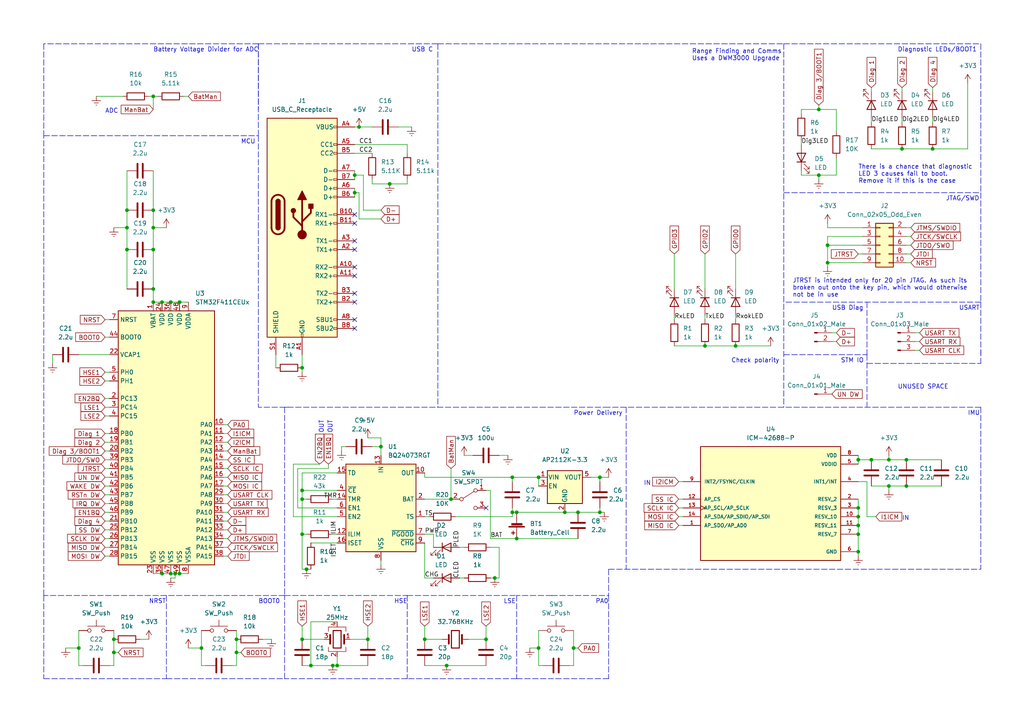
<source format=kicad_sch>
(kicad_sch (version 20211123) (generator eeschema)
  (paper "A4")
  (title_block (title "Antares 1") (date "22/08/23") (rev "3") (company "Antares") (comment 1 "Upgrade: USB C, All things debouced/denoised correctly (I think)") (comment 2 "Fix: Battery will not explode when disconnected, 25Mhz Clock has correct symbol now") (comment 3 "Note: A pin of switch should stay floating") (comment 4 "To be ammended as new issues are found"))
  (junction (at 96.52 193.04))
  (junction (at 200.66 -29.21))
  (junction (at 36.83 72.39))
  (junction (at 166.37 -99.06))
  (junction (at 193.04 -91.44))
  (junction (at 113.03 53.34))
  (junction (at 152.4 -31.75))
  (junction (at 223.52 -24.13))
  (junction (at 257.81 133.35))
  (junction (at 36.83 60.96))
  (junction (at 87.63 144.78))
  (junction (at 223.52 -53.34))
  (junction (at 160.02 -57.15))
  (junction (at 152.4 -36.83))
  (junction (at 160.02 -64.77))
  (junction (at 149.86 148.59))
  (junction (at 201.93 -91.44))
  (junction (at 68.58 185.42))
  (junction (at 223.52 -60.96))
  (junction (at 130.81 144.78))
  (junction (at 240.03 71.12))
  (junction (at 175.26 -91.44))
  (junction (at 163.83 148.59))
  (junction (at 87.63 185.42))
  (junction (at 143.51 -59.69))
  (junction (at 87.63 142.24))
  (junction (at 46.99 87.63))
  (junction (at 257.81 140.97))
  (junction (at 248.92 149.86))
  (junction (at 104.14 36.83))
  (junction (at 149.86 156.21))
  (junction (at 68.58 189.23))
  (junction (at 123.19 185.42))
  (junction (at 223.52 -55.88))
  (junction (at 195.58 -91.44))
  (junction (at 252.73 -72.39))
  (junction (at 44.45 27.94))
  (junction (at 182.88 -29.21))
  (junction (at 205.74 -29.21))
  (junction (at 90.17 193.04))
  (junction (at 262.89 133.35))
  (junction (at 36.83 66.04))
  (junction (at 97.79 193.04))
  (junction (at 240.03 76.2))
  (junction (at 58.42 187.96))
  (junction (at 148.59 148.59))
  (junction (at 110.49 -82.55))
  (junction (at 261.62 -86.36))
  (junction (at 185.42 -91.44))
  (junction (at 262.89 140.97))
  (junction (at 44.45 66.04))
  (junction (at 223.52 -19.05))
  (junction (at 106.68 185.42))
  (junction (at 52.07 87.63))
  (junction (at 271.78 -72.39))
  (junction (at 270.51 43.18))
  (junction (at 248.92 152.4))
  (junction (at 187.96 -91.44))
  (junction (at 261.62 43.18))
  (junction (at 44.45 72.39))
  (junction (at 203.2 -29.21))
  (junction (at 166.37 187.96))
  (junction (at 271.78 -64.77))
  (junction (at 198.12 -29.21))
  (junction (at 173.99 148.59))
  (junction (at 143.51 167.64))
  (junction (at 49.53 87.63))
  (junction (at 148.59 138.43))
  (junction (at 200.66 -91.44))
  (junction (at 233.68 -24.13))
  (junction (at 88.9 165.1))
  (junction (at 110.49 129.54))
  (junction (at 52.07 166.37))
  (junction (at 33.02 189.23))
  (junction (at 156.21 187.96))
  (junction (at 204.47 100.33))
  (junction (at 49.53 166.37))
  (junction (at 129.54 193.04))
  (junction (at 189.23 -107.95))
  (junction (at 33.02 185.42))
  (junction (at 248.92 160.02))
  (junction (at 213.36 -19.05))
  (junction (at 44.45 83.82))
  (junction (at 248.92 133.35))
  (junction (at 44.45 87.63))
  (junction (at 189.23 -91.44))
  (junction (at 223.52 -58.42))
  (junction (at 87.63 154.94))
  (junction (at 252.73 133.35))
  (junction (at 180.34 -29.21))
  (junction (at 185.42 -29.21))
  (junction (at 50.8 166.37))
  (junction (at 102.87 50.8))
  (junction (at 213.36 100.33))
  (junction (at 87.63 106.68))
  (junction (at 46.99 166.37))
  (junction (at 237.49 31.75))
  (junction (at 142.24 -36.83))
  (junction (at 167.64 148.59))
  (junction (at 248.92 154.94))
  (junction (at 180.34 -91.44))
  (junction (at 173.99 138.43))
  (junction (at 248.92 147.32))
  (junction (at 140.97 185.42))
  (junction (at 44.45 60.96))
  (junction (at 237.49 50.8))
  (junction (at 203.2 -91.44))
  (junction (at 22.86 187.96))
  (junction (at 102.87 55.88))
  (junction (at 156.21 138.43))
  (no_connect (at 102.87 62.23))
  (no_connect (at 102.87 69.85))
  (no_connect (at 102.87 64.77))
  (no_connect (at 102.87 95.25))
  (no_connect (at 102.87 87.63))
  (no_connect (at 102.87 92.71))
  (no_connect (at 102.87 85.09))
  (no_connect (at 102.87 72.39))
  (no_connect (at 102.87 77.47))
  (no_connect (at 102.87 80.01))
  (no_connect (at 165.1 -67.31))
  (no_connect (at 140.97 147.32))
  (no_connect (at 175.26 -34.29))
  (no_connect (at 193.04 -34.29))
  (no_connect (at 195.58 -34.29))
  (no_connect (at 219.71 -66.04))
  (wire (pts (xy 171.45 138.43) (xy 173.99 138.43)))
  (wire (pts (xy 177.8 -107.95) (xy 175.26 -107.95)))
  (wire (pts (xy 196.85 139.7) (xy 198.12 139.7)))
  (wire (pts (xy 153.67 -88.9) (xy 153.67 -85.09)))
  (wire (pts (xy 165.1 -80.01) (xy 160.02 -80.01)))
  (wire (pts (xy 123.19 157.48) (xy 123.19 167.64)))
  (wire (pts (xy 143.51 167.64) (xy 144.78 167.64)))
  (wire (pts (xy 85.09 134.62) (xy 92.71 134.62)))
  (wire (pts (xy 90.17 193.04) (xy 96.52 193.04)))
  (wire (pts (xy 66.04 130.81) (xy 64.77 130.81)))
  (wire (pts (xy 30.48 143.51) (xy 31.75 143.51)))
  (polyline (pts (xy 284.48 118.11) (xy 284.48 165.1)))
  (wire (pts (xy 64.77 146.05) (xy 66.04 146.05)))
  (wire (pts (xy 49.53 167.64) (xy 50.8 167.64)))
  (polyline (pts (xy 82.55 196.85) (xy 82.55 172.72)))
  (wire (pts (xy 142.24 -41.91) (xy 142.24 -36.83)))
  (wire (pts (xy 252.73 140.97) (xy 257.81 140.97)))
  (wire (pts (xy 162.56 -99.06) (xy 166.37 -99.06)))
  (polyline (pts (xy 118.11 196.85) (xy 82.55 196.85)))
  (wire (pts (xy 30.48 128.27) (xy 31.75 128.27)))
  (wire (pts (xy 110.49 162.56) (xy 110.49 163.83)))
  (polyline (pts (xy 176.53 118.11) (xy 74.93 118.11)))
  (wire (pts (xy 156.21 -74.93) (xy 165.1 -74.93)))
  (wire (pts (xy 104.14 -82.55) (xy 110.49 -82.55)))
  (wire (pts (xy 195.58 73.66) (xy 195.58 83.82)))
  (wire (pts (xy 30.48 146.05) (xy 31.75 146.05)))
  (wire (pts (xy 102.87 55.88) (xy 104.14 55.88)))
  (wire (pts (xy 185.42 -29.21) (xy 198.12 -29.21)))
  (wire (pts (xy 270.51 34.29) (xy 270.51 35.56)))
  (wire (pts (xy 87.63 144.78) (xy 87.63 154.94)))
  (wire (pts (xy 104.14 55.88) (xy 104.14 63.5)))
  (wire (pts (xy 240.03 76.2) (xy 250.19 76.2)))
  (wire (pts (xy 237.49 50.8) (xy 232.41 50.8)))
  (wire (pts (xy 205.74 -34.29) (xy 205.74 -29.21)))
  (wire (pts (xy 66.04 128.27) (xy 64.77 128.27)))
  (wire (pts (xy 142.24 167.64) (xy 143.51 167.64)))
  (wire (pts (xy 172.72 -34.29) (xy 172.72 -25.4)))
  (polyline (pts (xy 176.53 196.85) (xy 160.02 196.85)))
  (polyline (pts (xy 149.86 172.72) (xy 149.86 196.85)))
  (wire (pts (xy 264.16 73.66) (xy 262.89 73.66)))
  (wire (pts (xy 187.96 -21.59) (xy 187.96 -19.05)))
  (wire (pts (xy 22.86 193.04) (xy 24.13 193.04)))
  (wire (pts (xy 196.85 144.78) (xy 198.12 144.78)))
  (wire (pts (xy 104.14 36.83) (xy 107.95 36.83)))
  (wire (pts (xy 189.23 -107.95) (xy 191.77 -107.95)))
  (wire (pts (xy 218.44 -68.58) (xy 223.52 -68.58)))
  (wire (pts (xy 22.86 182.88) (xy 22.86 187.96)))
  (wire (pts (xy 64.77 148.59) (xy 66.04 148.59)))
  (polyline (pts (xy 176.53 165.1) (xy 284.48 165.1)))
  (wire (pts (xy 180.34 -34.29) (xy 180.34 -29.21)))
  (wire (pts (xy 177.8 -34.29) (xy 177.8 -29.21)))
  (wire (pts (xy 248.92 139.7) (xy 251.46 139.7)))
  (wire (pts (xy 118.11 52.07) (xy 118.11 53.34)))
  (wire (pts (xy 262.89 133.35) (xy 273.05 133.35)))
  (wire (pts (xy 210.82 -34.29) (xy 210.82 -29.21)))
  (wire (pts (xy 213.36 73.66) (xy 213.36 83.82)))
  (wire (pts (xy 64.77 135.89) (xy 66.04 135.89)))
  (wire (pts (xy 64.77 153.67) (xy 66.04 153.67)))
  (wire (pts (xy 66.04 125.73) (xy 64.77 125.73)))
  (polyline (pts (xy 12.7 12.7) (xy 12.7 39.37)))
  (wire (pts (xy 240.03 77.47) (xy 240.03 76.2)))
  (wire (pts (xy 102.87 41.91) (xy 118.11 41.91)))
  (polyline (pts (xy 12.7 172.72) (xy 12.7 196.85)))
  (polyline (pts (xy 82.55 172.72) (xy 118.11 172.72)))
  (wire (pts (xy 205.74 -29.21) (xy 208.28 -29.21)))
  (wire (pts (xy 33.02 66.04) (xy 36.83 66.04)))
  (wire (pts (xy 33.02 189.23) (xy 34.29 189.23)))
  (wire (pts (xy 152.4 -41.91) (xy 152.4 -36.83)))
  (wire (pts (xy 198.12 -29.21) (xy 200.66 -29.21)))
  (polyline (pts (xy 227.33 12.7) (xy 227.33 12.7)))
  (wire (pts (xy 248.92 147.32) (xy 248.92 149.86)))
  (wire (pts (xy 66.04 143.51) (xy 64.77 143.51)))
  (wire (pts (xy 88.9 165.1) (xy 90.17 165.1)))
  (wire (pts (xy 166.37 182.88) (xy 166.37 187.96)))
  (wire (pts (xy 50.8 166.37) (xy 52.07 166.37)))
  (wire (pts (xy 213.36 100.33) (xy 223.52 100.33)))
  (wire (pts (xy 102.87 55.88) (xy 102.87 57.15)))
  (wire (pts (xy 223.52 -53.34) (xy 223.52 -44.45)))
  (wire (pts (xy 30.48 140.97) (xy 31.75 140.97)))
  (wire (pts (xy 86.36 147.32) (xy 86.36 135.89)))
  (wire (pts (xy 123.19 138.43) (xy 148.59 138.43)))
  (wire (pts (xy 130.81 135.89) (xy 130.81 144.78)))
  (wire (pts (xy 218.44 -53.34) (xy 223.52 -53.34)))
  (wire (pts (xy 149.86 148.59) (xy 163.83 148.59)))
  (wire (pts (xy 115.57 36.83) (xy 119.38 36.83)))
  (wire (pts (xy 196.85 147.32) (xy 198.12 147.32)))
  (wire (pts (xy 118.11 53.34) (xy 113.03 53.34)))
  (polyline (pts (xy 251.46 102.87) (xy 251.46 118.11)))
  (wire (pts (xy 30.48 133.35) (xy 31.75 133.35)))
  (wire (pts (xy 242.57 96.52) (xy 241.3 96.52)))
  (wire (pts (xy 182.88 -92.71) (xy 182.88 -87.63)))
  (wire (pts (xy 66.04 158.75) (xy 64.77 158.75)))
  (wire (pts (xy 242.57 31.75) (xy 242.57 38.1)))
  (wire (pts (xy 271.78 -72.39) (xy 278.13 -72.39)))
  (wire (pts (xy 36.83 60.96) (xy 36.83 66.04)))
  (wire (pts (xy 233.68 -24.13) (xy 223.52 -24.13)))
  (wire (pts (xy 203.2 -91.44) (xy 218.44 -91.44)))
  (wire (pts (xy 219.71 -66.04) (xy 218.44 -66.04)))
  (wire (pts (xy 196.85 -97.79) (xy 196.85 -99.06)))
  (wire (pts (xy 203.2 -34.29) (xy 203.2 -29.21)))
  (wire (pts (xy 102.87 36.83) (xy 104.14 36.83)))
  (wire (pts (xy 100.33 129.54) (xy 99.06 129.54)))
  (polyline (pts (xy 160.02 172.72) (xy 176.53 172.72)))
  (wire (pts (xy 156.21 138.43) (xy 156.21 140.97)))
  (polyline (pts (xy 74.93 12.7) (xy 12.7 12.7)))
  (polyline (pts (xy 176.53 165.1) (xy 176.53 172.72)))
  (wire (pts (xy 182.88 -97.79) (xy 182.88 -99.06)))
  (wire (pts (xy 148.59 139.7) (xy 148.59 138.43)))
  (wire (pts (xy 190.5 -92.71) (xy 190.5 -87.63)))
  (wire (pts (xy 58.42 193.04) (xy 59.69 193.04)))
  (wire (pts (xy 44.45 49.53) (xy 44.45 60.96)))
  (wire (pts (xy 107.95 53.34) (xy 113.03 53.34)))
  (wire (pts (xy 44.45 66.04) (xy 44.45 72.39)))
  (wire (pts (xy 90.17 157.48) (xy 97.79 157.48)))
  (wire (pts (xy 177.8 -29.21) (xy 180.34 -29.21)))
  (wire (pts (xy 218.44 -58.42) (xy 223.52 -58.42)))
  (wire (pts (xy 135.89 185.42) (xy 140.97 185.42)))
  (wire (pts (xy 218.44 -48.26) (xy 227.33 -48.26)))
  (wire (pts (xy 175.26 -87.63) (xy 175.26 -91.44)))
  (wire (pts (xy 36.83 72.39) (xy 36.83 83.82)))
  (wire (pts (xy 144.78 158.75) (xy 142.24 158.75)))
  (wire (pts (xy 157.48 -64.77) (xy 160.02 -64.77)))
  (polyline (pts (xy 74.93 12.7) (xy 127 12.7)))
  (wire (pts (xy 173.99 138.43) (xy 176.53 138.43)))
  (wire (pts (xy 66.04 161.29) (xy 64.77 161.29)))
  (wire (pts (xy 189.23 -107.95) (xy 187.96 -107.95)))
  (wire (pts (xy 266.7 96.52) (xy 265.43 96.52)))
  (wire (pts (xy 52.07 87.63) (xy 54.61 87.63)))
  (wire (pts (xy 30.48 138.43) (xy 31.75 138.43)))
  (wire (pts (xy 68.58 189.23) (xy 69.85 189.23)))
  (wire (pts (xy 30.48 92.71) (xy 31.75 92.71)))
  (wire (pts (xy 200.66 -91.44) (xy 200.66 -87.63)))
  (wire (pts (xy 266.7 99.06) (xy 265.43 99.06)))
  (polyline (pts (xy 74.93 39.37) (xy 74.93 12.7)))
  (wire (pts (xy 250.19 66.04) (xy 240.03 66.04)))
  (wire (pts (xy 87.63 154.94) (xy 88.9 154.94)))
  (wire (pts (xy 144.78 167.64) (xy 144.78 158.75)))
  (wire (pts (xy 30.48 158.75) (xy 31.75 158.75)))
  (polyline (pts (xy 118.11 172.72) (xy 118.11 196.85)))
  (wire (pts (xy 180.34 -91.44) (xy 180.34 -87.63)))
  (wire (pts (xy 156.21 -72.39) (xy 165.1 -72.39)))
  (wire (pts (xy 204.47 100.33) (xy 213.36 100.33)))
  (wire (pts (xy 242.57 99.06) (xy 241.3 99.06)))
  (wire (pts (xy 44.45 87.63) (xy 46.99 87.63)))
  (polyline (pts (xy 284.48 118.11) (xy 176.53 118.11)))
  (polyline (pts (xy 227.33 12.7) (xy 284.48 12.7)))
  (wire (pts (xy 182.88 -29.21) (xy 185.42 -29.21)))
  (wire (pts (xy 97.79 137.16) (xy 87.63 137.16)))
  (polyline (pts (xy 127 12.7) (xy 127 118.11)))
  (wire (pts (xy 36.83 66.04) (xy 36.83 72.39)))
  (wire (pts (xy 149.86 156.21) (xy 167.64 156.21)))
  (wire (pts (xy 166.37 187.96) (xy 167.64 187.96)))
  (wire (pts (xy 118.11 41.91) (xy 118.11 44.45)))
  (wire (pts (xy 30.48 153.67) (xy 31.75 153.67)))
  (wire (pts (xy 173.99 148.59) (xy 175.26 148.59)))
  (wire (pts (xy 110.49 129.54) (xy 110.49 132.08)))
  (wire (pts (xy 261.62 -64.77) (xy 271.78 -64.77)))
  (wire (pts (xy 153.67 -80.01) (xy 153.67 -77.47)))
  (wire (pts (xy 123.19 167.64) (xy 125.73 167.64)))
  (wire (pts (xy 223.52 -24.13) (xy 213.36 -24.13)))
  (wire (pts (xy 64.77 151.13) (xy 66.04 151.13)))
  (wire (pts (xy 271.78 -63.5) (xy 271.78 -64.77)))
  (wire (pts (xy 97.79 149.86) (xy 85.09 149.86)))
  (wire (pts (xy 156.21 -54.61) (xy 165.1 -54.61)))
  (wire (pts (xy 280.67 24.13) (xy 280.67 43.18)))
  (wire (pts (xy 213.36 91.44) (xy 213.36 92.71)))
  (wire (pts (xy 148.59 149.86) (xy 148.59 148.59)))
  (polyline (pts (xy 74.93 12.7) (xy 74.93 31.75)))
  (wire (pts (xy 97.79 147.32) (xy 86.36 147.32)))
  (polyline (pts (xy 251.46 87.63) (xy 251.46 102.87)))
  (wire (pts (xy 213.36 -19.05) (xy 223.52 -19.05)))
  (wire (pts (xy 110.49 -85.09) (xy 110.49 -82.55)))
  (wire (pts (xy 252.73 -77.47) (xy 252.73 -72.39)))
  (wire (pts (xy 133.35 167.64) (xy 134.62 167.64)))
  (wire (pts (xy 261.62 25.4) (xy 261.62 26.67)))
  (wire (pts (xy 261.62 34.29) (xy 261.62 35.56)))
  (wire (pts (xy 185.42 -34.29) (xy 185.42 -29.21)))
  (wire (pts (xy 195.58 -91.44) (xy 195.58 -87.63)))
  (wire (pts (xy 102.87 54.61) (xy 102.87 55.88)))
  (polyline (pts (xy 83.82 118.11) (xy 82.55 118.11)))
  (wire (pts (xy 96.52 154.94) (xy 97.79 154.94)))
  (wire (pts (xy 250.19 68.58) (xy 240.03 68.58)))
  (wire (pts (xy 49.53 166.37) (xy 50.8 166.37)))
  (wire (pts (xy 148.59 138.43) (xy 156.21 138.43)))
  (wire (pts (xy 68.58 193.04) (xy 68.58 189.23)))
  (wire (pts (xy 110.49 60.96) (xy 105.41 60.96)))
  (wire (pts (xy 248.92 154.94) (xy 248.92 160.02)))
  (wire (pts (xy 87.63 142.24) (xy 97.79 142.24)))
  (wire (pts (xy 87.63 106.68) (xy 87.63 107.95)))
  (wire (pts (xy 67.31 193.04) (xy 68.58 193.04)))
  (wire (pts (xy 54.61 187.96) (xy 58.42 187.96)))
  (wire (pts (xy 152.4 -31.75) (xy 152.4 -29.21)))
  (wire (pts (xy 262.89 -86.36) (xy 261.62 -86.36)))
  (wire (pts (xy 30.48 156.21) (xy 31.75 156.21)))
  (wire (pts (xy 257.81 132.08) (xy 257.81 133.35)))
  (wire (pts (xy 232.41 50.8) (xy 232.41 49.53)))
  (wire (pts (xy 280.67 43.18) (xy 270.51 43.18)))
  (wire (pts (xy 87.63 165.1) (xy 88.9 165.1)))
  (wire (pts (xy 264.16 66.04) (xy 262.89 66.04)))
  (wire (pts (xy 97.79 193.04) (xy 106.68 193.04)))
  (wire (pts (xy 200.66 -91.44) (xy 201.93 -91.44)))
  (wire (pts (xy 200.66 -29.21) (xy 203.2 -29.21)))
  (polyline (pts (xy 149.86 196.85) (xy 118.11 196.85)))
  (wire (pts (xy 240.03 68.58) (xy 240.03 71.12)))
  (wire (pts (xy 68.58 189.23) (xy 68.58 185.42)))
  (wire (pts (xy 96.52 193.04) (xy 97.79 193.04)))
  (wire (pts (xy 30.48 107.95) (xy 31.75 107.95)))
  (wire (pts (xy 237.49 31.75) (xy 242.57 31.75)))
  (wire (pts (xy 271.78 -72.39) (xy 271.78 -69.85)))
  (wire (pts (xy 123.19 149.86) (xy 124.46 149.86)))
  (wire (pts (xy 30.48 110.49) (xy 31.75 110.49)))
  (wire (pts (xy 252.73 34.29) (xy 252.73 35.56)))
  (wire (pts (xy 87.63 102.87) (xy 87.63 106.68)))
  (wire (pts (xy 30.48 118.11) (xy 31.75 118.11)))
  (wire (pts (xy 261.62 -77.47) (xy 261.62 -86.36)))
  (wire (pts (xy 44.45 72.39) (xy 44.45 83.82)))
  (wire (pts (xy 189.23 -91.44) (xy 193.04 -91.44)))
  (wire (pts (xy 80.01 102.87) (xy 80.01 106.68)))
  (wire (pts (xy 248.92 144.78) (xy 248.92 147.32)))
  (wire (pts (xy 175.26 -107.95) (xy 175.26 -91.44)))
  (wire (pts (xy 242.57 45.72) (xy 242.57 50.8)))
  (wire (pts (xy 105.41 50.8) (xy 105.41 60.96)))
  (wire (pts (xy 106.68 181.61) (xy 106.68 185.42)))
  (wire (pts (xy 156.21 -52.07) (xy 165.1 -52.07)))
  (wire (pts (xy 160.02 -46.99) (xy 165.1 -46.99)))
  (wire (pts (xy 240.03 64.77) (xy 240.03 66.04)))
  (wire (pts (xy 143.51 -62.23) (xy 143.51 -59.69)))
  (wire (pts (xy 44.45 27.94) (xy 44.45 31.75)))
  (wire (pts (xy 44.45 27.94) (xy 45.72 27.94)))
  (wire (pts (xy 160.02 -57.15) (xy 160.02 -46.99)))
  (wire (pts (xy 44.45 166.37) (xy 46.99 166.37)))
  (wire (pts (xy 165.1 -59.69) (xy 143.51 -59.69)))
  (wire (pts (xy 223.52 -55.88) (xy 223.52 -53.34)))
  (wire (pts (xy 194.31 -97.79) (xy 196.85 -97.79)))
  (wire (pts (xy 87.63 144.78) (xy 88.9 144.78)))
  (wire (pts (xy 193.04 -91.44) (xy 195.58 -91.44)))
  (wire (pts (xy 156.21 -69.85) (xy 165.1 -69.85)))
  (wire (pts (xy 102.87 49.53) (xy 102.87 50.8)))
  (wire (pts (xy 193.04 -91.44) (xy 193.04 -87.63)))
  (wire (pts (xy 261.62 43.18) (xy 270.51 43.18)))
  (wire (pts (xy 46.99 166.37) (xy 49.53 166.37)))
  (wire (pts (xy 134.62 132.08) (xy 137.16 132.08)))
  (wire (pts (xy 144.78 132.08) (xy 147.32 132.08)))
  (wire (pts (xy 15.24 105.41) (xy 15.24 102.87)))
  (wire (pts (xy 30.48 135.89) (xy 31.75 135.89)))
  (wire (pts (xy 232.41 31.75) (xy 237.49 31.75)))
  (wire (pts (xy 240.03 71.12) (xy 240.03 76.2)))
  (wire (pts (xy 223.52 -19.05) (xy 223.52 -16.51)))
  (wire (pts (xy 132.08 149.86) (xy 148.59 149.86)))
  (wire (pts (xy 140.97 181.61) (xy 140.97 185.42)))
  (wire (pts (xy 248.92 152.4) (xy 248.92 154.94)))
  (wire (pts (xy 182.88 -34.29) (xy 182.88 -29.21)))
  (wire (pts (xy 160.02 -64.77) (xy 160.02 -57.15)))
  (wire (pts (xy 64.77 140.97) (xy 66.04 140.97)))
  (wire (pts (xy 125.73 158.75) (xy 125.73 154.94)))
  (polyline (pts (xy 127 12.7) (xy 227.33 12.7)))
  (wire (pts (xy 175.26 -91.44) (xy 180.34 -91.44)))
  (wire (pts (xy 19.05 187.96) (xy 22.86 187.96)))
  (wire (pts (xy 102.87 44.45) (xy 107.95 44.45)))
  (polyline (pts (xy 181.61 118.11) (xy 181.61 165.1)))
  (wire (pts (xy 166.37 -99.06) (xy 177.8 -99.06)))
  (wire (pts (xy 248.92 -72.39) (xy 252.73 -72.39)))
  (polyline (pts (xy 227.33 12.7) (xy 227.33 118.11)))
  (wire (pts (xy 233.68 -19.05) (xy 223.52 -19.05)))
  (wire (pts (xy 97.79 190.5) (xy 97.79 193.04)))
  (wire (pts (xy 107.95 52.07) (xy 107.95 53.34)))
  (wire (pts (xy 223.52 -29.21) (xy 223.52 -24.13)))
  (wire (pts (xy 110.49 -82.55) (xy 110.49 -80.01)))
  (polyline (pts (xy 284.48 55.88) (xy 284.48 87.63)))
  (wire (pts (xy 166.37 -91.44) (xy 166.37 -88.9)))
  (wire (pts (xy 142.24 156.21) (xy 149.86 156.21)))
  (wire (pts (xy 30.48 130.81) (xy 31.75 130.81)))
  (wire (pts (xy 64.77 138.43) (xy 66.04 138.43)))
  (wire (pts (xy 187.96 -34.29) (xy 187.96 -26.67)))
  (wire (pts (xy 261.62 -67.31) (xy 261.62 -64.77)))
  (wire (pts (xy 40.64 185.42) (xy 43.18 185.42)))
  (wire (pts (xy 33.02 185.42) (xy 33.02 189.23)))
  (wire (pts (xy 66.04 156.21) (xy 64.77 156.21)))
  (wire (pts (xy 52.07 166.37) (xy 54.61 166.37)))
  (wire (pts (xy 208.28 -29.21) (xy 208.28 -34.29)))
  (wire (pts (xy 165.1 193.04) (xy 166.37 193.04)))
  (wire (pts (xy 156.21 193.04) (xy 156.21 187.96)))
  (wire (pts (xy 49.53 87.63) (xy 52.07 87.63)))
  (wire (pts (xy 237.49 52.07) (xy 237.49 50.8)))
  (wire (pts (xy 204.47 91.44) (xy 204.47 92.71)))
  (wire (pts (xy 252.73 43.18) (xy 261.62 43.18)))
  (polyline (pts (xy 284.48 101.6) (xy 284.48 105.41)))
  (wire (pts (xy 87.63 154.94) (xy 87.63 165.1)))
  (wire (pts (xy 233.68 -29.21) (xy 233.68 -24.13)))
  (wire (pts (xy 50.8 166.37) (xy 50.8 167.64)))
  (polyline (pts (xy 12.7 39.37) (xy 74.93 39.37)))
  (wire (pts (xy 248.92 133.35) (xy 248.92 134.62)))
  (wire (pts (xy 180.34 -91.44) (xy 185.42 -91.44)))
  (wire (pts (xy 189.23 -91.44) (xy 187.96 -91.44)))
  (wire (pts (xy 64.77 133.35) (xy 66.04 133.35)))
  (wire (pts (xy 125.73 -36.83) (xy 125.73 -34.29)))
  (polyline (pts (xy 12.7 196.85) (xy 48.26 196.85)))
  (wire (pts (xy 160.02 -64.77) (xy 165.1 -64.77)))
  (wire (pts (xy 195.58 91.44) (xy 195.58 92.71)))
  (wire (pts (xy 166.37 187.96) (xy 166.37 193.04)))
  (wire (pts (xy 153.67 -77.47) (xy 165.1 -77.47)))
  (wire (pts (xy 198.12 -34.29) (xy 198.12 -29.21)))
  (wire (pts (xy 251.46 149.86) (xy 254 149.86)))
  (wire (pts (xy 53.34 27.94) (xy 54.61 27.94)))
  (wire (pts (xy 125.73 -44.45) (xy 125.73 -41.91)))
  (wire (pts (xy 36.83 49.53) (xy 36.83 60.96)))
  (wire (pts (xy 44.45 60.96) (xy 44.45 66.04)))
  (wire (pts (xy 185.42 -91.44) (xy 187.96 -91.44)))
  (wire (pts (xy 223.52 -58.42) (xy 223.52 -55.88)))
  (wire (pts (xy 123.19 193.04) (xy 129.54 193.04)))
  (wire (pts (xy 266.7 101.6) (xy 265.43 101.6)))
  (wire (pts (xy 185.42 -91.44) (xy 185.42 -87.63)))
  (wire (pts (xy 87.63 193.04) (xy 90.17 193.04)))
  (wire (pts (xy 196.85 149.86) (xy 198.12 149.86)))
  (wire (pts (xy 95.25 134.62) (xy 95.25 135.89)))
  (wire (pts (xy 107.95 129.54) (xy 110.49 129.54)))
  (polyline (pts (xy 82.55 172.72) (xy 12.7 172.72)))
  (wire (pts (xy 252.73 133.35) (xy 257.81 133.35)))
  (wire (pts (xy 194.31 -92.71) (xy 190.5 -92.71)))
  (wire (pts (xy 160.02 -80.01) (xy 160.02 -64.77)))
  (wire (pts (xy 156.21 -49.53) (xy 165.1 -49.53)))
  (wire (pts (xy 223.52 -68.58) (xy 223.52 -60.96)))
  (polyline (pts (xy 74.93 39.37) (xy 74.93 118.11)))
  (wire (pts (xy 264.16 68.58) (xy 262.89 68.58)))
  (wire (pts (xy 204.47 73.66) (xy 204.47 83.82)))
  (wire (pts (xy 85.09 149.86) (xy 85.09 134.62)))
  (wire (pts (xy 33.02 182.88) (xy 33.02 185.42)))
  (wire (pts (xy 182.88 -119.38) (xy 182.88 -116.84)))
  (wire (pts (xy 76.2 185.42) (xy 78.74 185.42)))
  (wire (pts (xy 223.52 -60.96) (xy 223.52 -58.42)))
  (wire (pts (xy 96.52 144.78) (xy 97.79 144.78)))
  (wire (pts (xy 264.16 71.12) (xy 262.89 71.12)))
  (wire (pts (xy 101.6 185.42) (xy 106.68 185.42)))
  (wire (pts (xy 189.23 -107.95) (xy 189.23 -91.44)))
  (wire (pts (xy 142.24 142.24) (xy 142.24 156.21)))
  (wire (pts (xy 44.45 87.63) (xy 44.45 83.82)))
  (wire (pts (xy 87.63 181.61) (xy 87.63 185.42)))
  (wire (pts (xy 46.99 87.63) (xy 49.53 87.63)))
  (wire (pts (xy 218.44 -76.2) (xy 227.33 -76.2)))
  (wire (pts (xy 153.67 187.96) (xy 156.21 187.96)))
  (wire (pts (xy 257.81 140.97) (xy 262.89 140.97)))
  (wire (pts (xy 144.78 -99.06) (xy 149.86 -99.06)))
  (wire (pts (xy 203.2 -91.44) (xy 203.2 -87.63)))
  (wire (pts (xy 265.43 -72.39) (xy 271.78 -72.39)))
  (wire (pts (xy 129.54 193.04) (xy 140.97 193.04)))
  (wire (pts (xy 187.96 -91.44) (xy 187.96 -87.63)))
  (wire (pts (xy 68.58 185.42) (xy 68.58 182.88)))
  (wire (pts (xy 218.44 -60.96) (xy 223.52 -60.96)))
  (wire (pts (xy 177.8 -99.06) (xy 177.8 -87.63)))
  (wire (pts (xy 173.99 148.59) (xy 173.99 147.32)))
  (wire (pts (xy 205.74 -99.06) (xy 205.74 -87.63)))
  (wire (pts (xy 264.16 76.2) (xy 262.89 76.2)))
  (wire (pts (xy 123.19 138.43) (xy 123.19 137.16)))
  (wire (pts (xy 22.86 102.87) (xy 31.75 102.87)))
  (wire (pts (xy 148.59 147.32) (xy 148.59 148.59)))
  (wire (pts (xy 22.86 187.96) (xy 22.86 193.04)))
  (wire (pts (xy 270.51 25.4) (xy 270.51 26.67)))
  (wire (pts (xy 87.63 137.16) (xy 87.63 142.24)))
  (wire (pts (xy 104.14 63.5) (xy 110.49 63.5)))
  (wire (pts (xy 218.44 -55.88) (xy 223.52 -55.88)))
  (wire (pts (xy 102.87 50.8) (xy 102.87 52.07)))
  (polyline (pts (xy 160.02 172.72) (xy 149.86 172.72)))
  (wire (pts (xy 195.58 100.33) (xy 204.47 100.33)))
  (wire (pts (xy 201.93 -107.95) (xy 201.93 -91.44)))
  (wire (pts (xy 257.81 140.97) (xy 257.81 142.24)))
  (wire (pts (xy 133.35 158.75) (xy 134.62 158.75)))
  (wire (pts (xy 30.48 151.13) (xy 31.75 151.13)))
  (wire (pts (xy 252.73 25.4) (xy 252.73 26.67)))
  (wire (pts (xy 142.24 142.24) (xy 140.97 142.24)))
  (wire (pts (xy 156.21 187.96) (xy 156.21 182.88)))
  (wire (pts (xy 31.75 193.04) (xy 33.02 193.04)))
  (wire (pts (xy 195.58 -91.44) (xy 200.66 -91.44)))
  (wire (pts (xy 251.46 139.7) (xy 251.46 149.86)))
  (wire (pts (xy 232.41 31.75) (xy 232.41 33.02)))
  (polyline (pts (xy 48.26 172.72) (xy 48.26 196.85)))
  (wire (pts (xy 237.49 50.8) (xy 242.57 50.8)))
  (polyline (pts (xy 284.48 87.63) (xy 227.33 87.63)))
  (wire (pts (xy 142.24 -36.83) (xy 152.4 -36.83)))
  (wire (pts (xy 196.85 152.4) (xy 198.12 152.4)))
  (wire (pts (xy 123.19 185.42) (xy 128.27 185.42)))
  (wire (pts (xy 133.35 -59.69) (xy 135.89 -59.69)))
  (wire (pts (xy 44.45 66.04) (xy 48.26 66.04)))
  (wire (pts (xy 248.92 160.02) (xy 248.92 161.29)))
  (wire (pts (xy 43.18 27.94) (xy 44.45 27.94)))
  (wire (pts (xy 201.93 -91.44) (xy 203.2 -91.44)))
  (wire (pts (xy 252.73 -72.39) (xy 257.81 -72.39)))
  (wire (pts (xy 232.41 41.91) (xy 232.41 40.64)))
  (wire (pts (xy 237.49 30.48) (xy 237.49 31.75)))
  (wire (pts (xy 97.79 180.34) (xy 90.17 180.34)))
  (wire (pts (xy 30.48 97.79) (xy 31.75 97.79)))
  (wire (pts (xy 27.94 27.94) (xy 35.56 27.94)))
  (wire (pts (xy 110.49 127) (xy 110.49 129.54)))
  (wire (pts (xy 252.73 -86.36) (xy 261.62 -86.36)))
  (wire (pts (xy 180.34 -29.21) (xy 182.88 -29.21)))
  (wire (pts (xy 203.2 -29.21) (xy 203.2 -19.05)))
  (wire (pts (xy 152.4 -31.75) (xy 162.56 -31.75)))
  (polyline (pts (xy 284.48 12.7) (xy 284.48 55.88)))
  (wire (pts (xy 33.02 193.04) (xy 33.02 189.23)))
  (wire (pts (xy 123.19 181.61) (xy 123.19 185.42)))
  (polyline (pts (xy 149.86 196.85) (xy 160.02 196.85)))
  (wire (pts (xy 30.48 125.73) (xy 31.75 125.73)))
  (wire (pts (xy 58.42 187.96) (xy 58.42 193.04)))
  (polyline (pts (xy 251.46 105.41) (xy 284.48 105.41)))
  (polyline (pts (xy 284.48 87.63) (xy 284.48 102.87)))
  (wire (pts (xy 86.36 135.89) (xy 95.25 135.89)))
  (wire (pts (xy 30.48 115.57) (xy 31.75 115.57)))
  (wire (pts (xy 213.36 -19.05) (xy 203.2 -19.05)))
  (wire (pts (xy 200.66 -34.29) (xy 200.66 -29.21)))
  (polyline (pts (xy 118.11 172.72) (xy 149.86 172.72)))
  (wire (pts (xy 196.85 -119.38) (xy 196.85 -116.84)))
  (polyline (pts (xy 227.33 102.87) (xy 251.46 102.87)))
  (wire (pts (xy 218.44 -73.66) (xy 227.33 -73.66)))
  (wire (pts (xy 64.77 123.19) (xy 66.04 123.19)))
  (wire (pts (xy 125.73 -44.45) (xy 165.1 -44.45)))
  (wire (pts (xy 203.2 -29.21) (xy 205.74 -29.21)))
  (wire (pts (xy 152.4 -36.83) (xy 162.56 -36.83)))
  (wire (pts (xy 210.82 -29.21) (xy 223.52 -29.21)))
  (polyline (pts (xy 82.55 118.11) (xy 82.55 172.72)))
  (polyline (pts (xy 12.7 172.72) (xy 12.7 39.37)))
  (wire (pts (xy 30.48 120.65) (xy 31.75 120.65)))
  (wire (pts (xy 90.17 180.34) (xy 90.17 193.04)))
  (wire (pts (xy 165.1 -41.91) (xy 152.4 -41.91)))
  (wire (pts (xy 252.73 -82.55) (xy 252.73 -86.36)))
  (wire (pts (xy 110.49 127) (xy 106.68 127)))
  (wire (pts (xy 248.92 133.35) (xy 252.73 133.35)))
  (wire (pts (xy 142.24 -31.75) (xy 152.4 -31.75)))
  (wire (pts (xy 87.63 142.24) (xy 87.63 144.78)))
  (wire (pts (xy 102.87 50.8) (xy 105.41 50.8)))
  (wire (pts (xy 173.99 138.43) (xy 173.99 139.7)))
  (wire (pts (xy 123.19 144.78) (xy 130.81 144.78)))
  (polyline (pts (xy 176.53 172.72) (xy 176.53 196.85)))
  (wire (pts (xy 166.37 -99.06) (xy 166.37 -96.52)))
  (wire (pts (xy 125.73 154.94) (xy 123.19 154.94)))
  (wire (pts (xy 87.63 185.42) (xy 93.98 185.42)))
  (wire (pts (xy 262.89 140.97) (xy 273.05 140.97)))
  (wire (pts (xy 148.59 148.59) (xy 149.86 148.59)))
  (wire (pts (xy 157.48 193.04) (xy 156.21 193.04)))
  (polyline (pts (xy 48.26 196.85) (xy 82.55 196.85)))
  (wire (pts (xy 167.64 148.59) (xy 173.99 148.59)))
  (wire (pts (xy 218.44 -50.8) (xy 227.33 -50.8)))
  (wire (pts (xy 58.42 182.88) (xy 58.42 187.96)))
  (wire (pts (xy 248.92 73.66) (xy 250.19 73.66)))
  (wire (pts (xy 240.03 71.12) (xy 250.19 71.12)))
  (wire (pts (xy 248.92 132.08) (xy 248.92 133.35)))
  (wire (pts (xy 257.81 133.35) (xy 262.89 133.35)))
  (wire (pts (xy 30.48 148.59) (xy 31.75 148.59)))
  (wire (pts (xy 99.06 129.54) (xy 99.06 130.81)))
  (wire (pts (xy 248.92 149.86) (xy 248.92 152.4)))
  (wire (pts (xy 160.02 -57.15) (xy 165.1 -57.15)))
  (wire (pts (xy 30.48 161.29) (xy 31.75 161.29)))
  (polyline (pts (xy 227.33 55.88) (xy 284.48 55.88)))
  (wire (pts (xy 163.83 148.59) (xy 167.64 148.59)))
  (text "Diagnostic LEDs/BOOT1" (at 260.35 15.24 0) (effects (font (size 1.27 1.27)) (justify left bottom)))
  (text "OUT\n" (at 93.98 125.73 90) (effects (font (size 1.27 1.27)) (justify left bottom)))
  (text "HSE" (at 114.3 175.26 0) (effects (font (size 1.27 1.27)) (justify left bottom)))
  (text "IN" (at 261.62 151.13 0) (effects (font (size 1.27 1.27)) (justify left bottom)))
  (text "USB Diag" (at 241.3 90.17 0) (effects (font (size 1.27 1.27)) (justify left bottom)))
  (text "MCU\n" (at 69.85 41.91 0) (effects (font (size 1.27 1.27)) (justify left bottom)))
  (text "Range Finding and Comms\nUses a DWM3000 Upgrade" (at 200.66 17.78 0) (effects (font (size 1.27 1.27)) (justify left bottom)))
  (text "USB C" (at 119.38 15.24 0) (effects (font (size 1.27 1.27)) (justify left bottom)))
  (text "PA0" (at 172.72 175.26 0) (effects (font (size 1.27 1.27)) (justify left bottom)))
  (text "BOOT0" (at 74.93 175.26 0) (effects (font (size 1.27 1.27)) (justify left bottom)))
  (text "Minimum BOM method,\nview datasheet for other methods" (at 99.06 -73.66 0) (effects (font (size 1.27 1.27)) (justify left bottom)))
  (text "JTRST is intended only for 20 pin JTAG. As such its \nbroken out onto the key pin, which would otherwise \nnot be in use" (at 229.87 86.36 0) (effects (font (size 1.27 1.27)) (justify left bottom)))
  (text "Check polarity" (at 212.09 105.41 0) (effects (font (size 1.27 1.27)) (justify left bottom)))
  (text "There is a chance that diagnostic\nLED 3 causes fail to boot.\nRemove it if this is the case" (at 248.92 53.34 0) (effects (font (size 1.27 1.27)) (justify left bottom)))
  (text "USART" (at 278.13 90.17 0) (effects (font (size 1.27 1.27)) (justify left bottom)))
  (text "IN" (at 186.69 140.97 0) (effects (font (size 1.27 1.27)) (justify left bottom)))
  (text "IMU" (at 280.67 120.65 0) (effects (font (size 1.27 1.27)) (justify left bottom)))
  (text "OUT" (at 96.52 125.73 90) (effects (font (size 1.27 1.27)) (justify left bottom)))
  (text "NRST" (at 43.18 175.26 0) (effects (font (size 1.27 1.27)) (justify left bottom)))
  (text "UNUSED SPACE" (at 260.35 113.03 0) (effects (font (size 1.27 1.27)) (justify left bottom)))
  (text "Power Delivery" (at 166.37 120.65 0) (effects (font (size 1.27 1.27)) (justify left bottom)))
  (text "ADC" (at 30.48 33.02 0) (effects (font (size 1.27 1.27)) (justify left bottom)))
  (text "STM IO" (at 243.84 105.41 0) (effects (font (size 1.27 1.27)) (justify left bottom)))
  (text "LSE" (at 146.05 175.26 0) (effects (font (size 1.27 1.27)) (justify left bottom)))
  (text "Battery Voltage Divider for ADC\n" (at 44.45 15.24 0) (effects (font (size 1.27 1.27)) (justify left bottom)))
  (text "JTAG/SWD" (at 274.32 58.42 0) (effects (font (size 1.27 1.27)) (justify left bottom)))
  (label "RxLED" (at 195.58 92.71 0))
  (label "TxLED" (at 204.47 92.71 0))
  (label "FILT1" (at 182.88 -97.79 0))
  (label "TS" (at 123.19 149.86 0))
  (label "AH086-2" (at 196.85 -118.11 0))
  (label "BAT" (at 142.24 156.21 0))
  (label "Dig4LED" (at 270.51 35.56 0))
  (label "RxokLED" (at 213.36 92.71 0))
  (label "RF2" (at 190.5 -88.9 90))
  (label "RF1" (at 182.88 -88.9 90))
  (label "VDD2a" (at 168.91 -99.06 0))
  (label "Dig2LED" (at 261.62 35.56 0))
  (label "AH086-1" (at 182.88 -118.11 0))
  (label "ISET" (at 97.79 157.48 270))
  (label "PLED" (at 133.35 158.75 90))
  (label "Dig1LED" (at 252.73 35.56 0))
  (label "CC2" (at 104.14 44.45 0))
  (label "CC1" (at 104.14 41.91 0))
  (label "FILT2" (at 196.85 -97.79 0))
  (label "VTX_D" (at 187.96 -31.75 270))
  (label "PWR" (at 123.19 154.94 0))
  (label "TMR" (at 97.79 144.78 180))
  (label "CLED" (at 133.35 167.64 90))
  (label "ILIM" (at 97.79 154.94 90))
  (label "Dig3LED" (at 232.41 41.91 0))
  (label "CHG" (at 123.19 167.64 0))
  (global_label "WAKE DW" (shape input) (at 30.48 140.97 180) (property "Intersheet References" "${INTERSHEET_REFS}" (effects hide)))
  (global_label "SCLK DW" (shape input) (at 30.48 156.21 180) (property "Intersheet References" "${INTERSHEET_REFS}" (effects hide)))
  (global_label "UN DW" (shape input) (at 241.3 114.3 0) (property "Intersheet References" "${INTERSHEET_REFS}" (effects hide)))
  (global_label "BatMan" (shape input) (at 54.61 27.94 0) (property "Intersheet References" "${INTERSHEET_REFS}" (effects hide)))
  (global_label "SS DW" (shape input) (at 156.21 -54.61 180) (property "Intersheet References" "${INTERSHEET_REFS}" (effects hide)))
  (global_label "USART RX" (shape input) (at 266.7 99.06 0) (property "Intersheet References" "${INTERSHEET_REFS}" (effects hide)))
  (global_label "JTDI" (shape input) (at 264.16 73.66 0) (property "Intersheet References" "${INTERSHEET_REFS}" (effects hide)))
  (global_label "I1ICM" (shape input) (at 254 149.86 0) (property "Intersheet References" "${INTERSHEET_REFS}" (effects hide)))
  (global_label "UN DW" (shape input) (at 30.48 138.43 180) (property "Intersheet References" "${INTERSHEET_REFS}" (effects hide)))
  (global_label "Diag 4" (shape input) (at 30.48 151.13 180) (property "Intersheet References" "${INTERSHEET_REFS}" (effects hide)))
  (global_label "LSE1" (shape input) (at 123.19 181.61 90) (property "Intersheet References" "${INTERSHEET_REFS}" (effects hide)))
  (global_label "Diag 3{slash}BOOT1" (shape input) (at 237.49 30.48 90) (property "Intersheet References" "${INTERSHEET_REFS}" (effects hide)))
  (global_label "JTRST" (shape input) (at 248.92 73.66 180) (property "Intersheet References" "${INTERSHEET_REFS}" (effects hide)))
  (global_label "Diag 1" (shape input) (at 252.73 25.4 90) (property "Intersheet References" "${INTERSHEET_REFS}" (effects hide)))
  (global_label "ManBat" (shape input) (at 44.45 31.75 180) (property "Intersheet References" "${INTERSHEET_REFS}" (effects hide)))
  (global_label "USART TX" (shape input) (at 66.04 146.05 0) (property "Intersheet References" "${INTERSHEET_REFS}" (effects hide)))
  (global_label "Diag 2" (shape input) (at 261.62 25.4 90) (property "Intersheet References" "${INTERSHEET_REFS}" (effects hide)))
  (global_label "NRST" (shape input) (at 34.29 189.23 0) (property "Intersheet References" "${INTERSHEET_REFS}" (effects hide)))
  (global_label "BatMan" (shape input) (at 130.81 135.89 90) (property "Intersheet References" "${INTERSHEET_REFS}" (effects hide)))
  (global_label "RSTn DW" (shape input) (at 30.48 143.51 180) (property "Intersheet References" "${INTERSHEET_REFS}" (effects hide)))
  (global_label "MISO DW" (shape input) (at 30.48 158.75 180) (property "Intersheet References" "${INTERSHEET_REFS}" (effects hide)))
  (global_label "XTO" (shape input) (at 248.92 -72.39 180) (property "Intersheet References" "${INTERSHEET_REFS}" (effects hide)))
  (global_label "SCLK DW" (shape input) (at 156.21 -72.39 180) (property "Intersheet References" "${INTERSHEET_REFS}" (effects hide)))
  (global_label "VDD3" (shape input) (at 110.49 -80.01 0) (property "Intersheet References" "${INTERSHEET_REFS}" (effects hide)))
  (global_label "HSE1" (shape input) (at 30.48 107.95 180) (property "Intersheet References" "${INTERSHEET_REFS}" (effects hide)))
  (global_label "GPIO3" (shape input) (at 227.33 -48.26 0) (property "Intersheet References" "${INTERSHEET_REFS}" (effects hide)))
  (global_label "MISO IC" (shape input) (at 66.04 138.43 0) (property "Intersheet References" "${INTERSHEET_REFS}" (effects hide)))
  (global_label "NRST" (shape input) (at 264.16 76.2 0) (property "Intersheet References" "${INTERSHEET_REFS}" (effects hide)))
  (global_label "UN DW" (shape input) (at 205.74 -99.06 90) (property "Intersheet References" "${INTERSHEET_REFS}" (effects hide)))
  (global_label "WAKE DW" (shape input) (at 156.21 -49.53 180) (property "Intersheet References" "${INTERSHEET_REFS}" (effects hide)))
  (global_label "LSE2" (shape input) (at 30.48 120.65 180) (property "Intersheet References" "${INTERSHEET_REFS}" (effects hide)))
  (global_label "VDD2" (shape input) (at 142.24 -41.91 180) (property "Intersheet References" "${INTERSHEET_REFS}" (effects hide)))
  (global_label "NRST" (shape input) (at 30.48 92.71 180) (property "Intersheet References" "${INTERSHEET_REFS}" (effects hide)))
  (global_label "MOSI IC" (shape input) (at 66.04 140.97 0) (property "Intersheet References" "${INTERSHEET_REFS}" (effects hide)))
  (global_label "SS DW" (shape input) (at 30.48 153.67 180) (property "Intersheet References" "${INTERSHEET_REFS}" (effects hide)))
  (global_label "XTI" (shape input) (at 278.13 -72.39 0) (property "Intersheet References" "${INTERSHEET_REFS}" (effects hide)))
  (global_label "PA0" (shape input) (at 167.64 187.96 0) (property "Intersheet References" "${INTERSHEET_REFS}" (effects hide)))
  (global_label "HSE1" (shape input) (at 87.63 181.61 90) (property "Intersheet References" "${INTERSHEET_REFS}" (effects hide)))
  (global_label "BOOT0" (shape input) (at 30.48 97.79 180) (property "Intersheet References" "${INTERSHEET_REFS}" (effects hide)))
  (global_label "LSE1" (shape input) (at 30.48 118.11 180) (property "Intersheet References" "${INTERSHEET_REFS}" (effects hide)))
  (global_label "Diag 3{slash}BOOT1" (shape input) (at 30.48 130.81 180) (property "Intersheet References" "${INTERSHEET_REFS}" (effects hide)))
  (global_label "JTCK{slash}SWCLK" (shape input) (at 264.16 68.58 0) (property "Intersheet References" "${INTERSHEET_REFS}" (effects hide)))
  (global_label "EN2BQ" (shape input) (at 92.71 134.62 90) (property "Intersheet References" "${INTERSHEET_REFS}" (effects hide)))
  (global_label "USART CLK" (shape input) (at 266.7 101.6 0) (property "Intersheet References" "${INTERSHEET_REFS}" (effects hide)))
  (global_label "GPIO2" (shape input) (at 204.47 73.66 90) (property "Intersheet References" "${INTERSHEET_REFS}" (effects hide)))
  (global_label "MOSI IC" (shape input) (at 196.85 149.86 180) (property "Intersheet References" "${INTERSHEET_REFS}" (effects hide)))
  (global_label "VDD2" (shape input) (at 110.49 -82.55 0) (property "Intersheet References" "${INTERSHEET_REFS}" (effects hide)))
  (global_label "EN1BQ" (shape input) (at 30.48 148.59 180) (property "Intersheet References" "${INTERSHEET_REFS}" (effects hide)))
  (global_label "HSE2" (shape input) (at 106.68 181.61 90) (property "Intersheet References" "${INTERSHEET_REFS}" (effects hide)))
  (global_label "EN2BQ" (shape input) (at 30.48 115.57 180) (property "Intersheet References" "${INTERSHEET_REFS}" (effects hide)))
  (global_label "Diag 2" (shape input) (at 30.48 128.27 180) (property "Intersheet References" "${INTERSHEET_REFS}" (effects hide)))
  (global_label "D-" (shape input) (at 66.04 151.13 0) (property "Intersheet References" "${INTERSHEET_REFS}" (effects hide)))
  (global_label "BOOT0" (shape input) (at 69.85 189.23 0) (property "Intersheet References" "${INTERSHEET_REFS}" (effects hide)))
  (global_label "PA0" (shape input) (at 66.04 123.19 0) (property "Intersheet References" "${INTERSHEET_REFS}" (effects hide)))
  (global_label "D+" (shape input) (at 110.49 63.5 0) (property "Intersheet References" "${INTERSHEET_REFS}" (effects hide)))
  (global_label "Diag 4" (shape input) (at 270.51 25.4 90) (property "Intersheet References" "${INTERSHEET_REFS}" (effects hide)))
  (global_label "SS IC" (shape input) (at 196.85 144.78 180) (property "Intersheet References" "${INTERSHEET_REFS}" (effects hide)))
  (global_label "VDD2" (shape input) (at 144.78 -99.06 180) (property "Intersheet References" "${INTERSHEET_REFS}" (effects hide)))
  (global_label "GPIO2" (shape input) (at 227.33 -50.8 0) (property "Intersheet References" "${INTERSHEET_REFS}" (effects hide)))
  (global_label "VDD1" (shape input) (at 110.49 -85.09 0) (property "Intersheet References" "${INTERSHEET_REFS}" (effects hide)))
  (global_label "USART RX" (shape input) (at 66.04 148.59 0) (property "Intersheet References" "${INTERSHEET_REFS}" (effects hide)))
  (global_label "MISO DW" (shape input) (at 156.21 -74.93 180) (property "Intersheet References" "${INTERSHEET_REFS}" (effects hide)))
  (global_label "IRQ DW" (shape input) (at 143.51 -62.23 0) (property "Intersheet References" "${INTERSHEET_REFS}" (effects hide)))
  (global_label "D+" (shape input) (at 242.57 99.06 0) (property "Intersheet References" "${INTERSHEET_REFS}" (effects hide)))
  (global_label "VDD1" (shape input) (at 125.73 -44.45 180) (property "Intersheet References" "${INTERSHEET_REFS}" (effects hide)))
  (global_label "JTMS{slash}SWDIO" (shape input) (at 264.16 66.04 0) (property "Intersheet References" "${INTERSHEET_REFS}" (effects hide)))
  (global_label "MOSI DW" (shape input) (at 30.48 161.29 180) (property "Intersheet References" "${INTERSHEET_REFS}" (effects hide)))
  (global_label "D-" (shape input) (at 242.57 96.52 0) (property "Intersheet References" "${INTERSHEET_REFS}" (effects hide)))
  (global_label "D+" (shape input) (at 66.04 153.67 0) (property "Intersheet References" "${INTERSHEET_REFS}" (effects hide)))
  (global_label "D-" (shape input) (at 110.49 60.96 0) (property "Intersheet References" "${INTERSHEET_REFS}" (effects hide)))
  (global_label "USART TX" (shape input) (at 266.7 96.52 0) (property "Intersheet References" "${INTERSHEET_REFS}" (effects hide)))
  (global_label "GPIO0" (shape input) (at 213.36 73.66 90) (property "Intersheet References" "${INTERSHEET_REFS}" (effects hide)))
  (global_label "Diag 1" (shape input) (at 30.48 125.73 180) (property "Intersheet References" "${INTERSHEET_REFS}" (effects hide)))
  (global_label "GPIO0" (shape input) (at 172.72 -25.4 270) (property "Intersheet References" "${INTERSHEET_REFS}" (effects hide)))
  (global_label "MOSI DW" (shape input) (at 156.21 -52.07 180) (property "Intersheet References" "${INTERSHEET_REFS}" (effects hide)))
  (global_label "EN1BQ" (shape input) (at 95.25 134.62 90) (property "Intersheet References" "${INTERSHEET_REFS}" (effects hide)))
  (global_label "I2ICM" (shape input) (at 66.04 128.27 0) (property "Intersheet References" "${INTERSHEET_REFS}" (effects hide)))
  (global_label "I2ICM" (shape input) (at 196.85 139.7 180) (property "Intersheet References" "${INTERSHEET_REFS}" (effects hide)))
  (global_label "GPIO3" (shape input) (at 195.58 73.66 90) (property "Intersheet References" "${INTERSHEET_REFS}" (effects hide)))
  (global_label "SCLK IC" (shape input) (at 196.85 147.32 180) (property "Intersheet References" "${INTERSHEET_REFS}" (effects hide)))
  (global_label "LSE2" (shape input) (at 140.97 181.61 90) (property "Intersheet References" "${INTERSHEET_REFS}" (effects hide)))
  (global_label "JTCK{slash}SWCLK" (shape input) (at 66.04 158.75 0) (property "Intersheet References" "${INTERSHEET_REFS}" (effects hide)))
  (global_label "I1ICM" (shape input) (at 66.04 125.73 0) (property "Intersheet References" "${INTERSHEET_REFS}" (effects hide)))
  (global_label "IRQ DW" (shape input) (at 30.48 146.05 180) (property "Intersheet References" "${INTERSHEET_REFS}" (effects hide)))
  (global_label "HSE2" (shape input) (at 30.48 110.49 180) (property "Intersheet References" "${INTERSHEET_REFS}" (effects hide)))
  (global_label "XTO" (shape input) (at 227.33 -73.66 0) (property "Intersheet References" "${INTERSHEET_REFS}" (effects hide)))
  (global_label "JTRST" (shape input) (at 30.48 135.89 180) (property "Intersheet References" "${INTERSHEET_REFS}" (effects hide)))
  (global_label "ManBat" (shape input) (at 66.04 130.81 0) (property "Intersheet References" "${INTERSHEET_REFS}" (effects hide)))
  (global_label "SCLK IC" (shape input) (at 66.04 135.89 0) (property "Intersheet References" "${INTERSHEET_REFS}" (effects hide)))
  (global_label "VDD3" (shape input) (at 233.68 -29.21 0) (property "Intersheet References" "${INTERSHEET_REFS}" (effects hide)))
  (global_label "JTDI" (shape input) (at 66.04 161.29 0) (property "Intersheet References" "${INTERSHEET_REFS}" (effects hide)))
  (global_label "SS IC" (shape input) (at 66.04 133.35 0) (property "Intersheet References" "${INTERSHEET_REFS}" (effects hide)))
  (global_label "JTMS{slash}SWDIO" (shape input) (at 66.04 156.21 0) (property "Intersheet References" "${INTERSHEET_REFS}" (effects hide)))
  (global_label "XTI" (shape input) (at 227.33 -76.2 0) (property "Intersheet References" "${INTERSHEET_REFS}" (effects hide)))
  (global_label "MISO IC" (shape input) (at 196.85 152.4 180) (property "Intersheet References" "${INTERSHEET_REFS}" (effects hide)))
  (global_label "JTDO{slash}SWO" (shape input) (at 30.48 133.35 180) (property "Intersheet References" "${INTERSHEET_REFS}" (effects hide)))
  (global_label "RSTn DW" (shape input) (at 156.21 -69.85 180) (property "Intersheet References" "${INTERSHEET_REFS}" (effects hide)))
  (global_label "JTDO{slash}SWO" (shape input) (at 264.16 71.12 0) (property "Intersheet References" "${INTERSHEET_REFS}" (effects hide)))
  (global_label "USART CLK" (shape input) (at 66.04 143.51 0) (property "Intersheet References" "${INTERSHEET_REFS}" (effects hide)))
  (symbol (lib_id "Switch:SW_Push") (at 27.94 182.88 0) (unit 1)
    (property "Reference" "SW1" (at 27.94 175.26 0))
    (property "Value" "SW_Push" (at 27.94 177.8 0))
    (property "Footprint" "Button_Switch_SMD:SW_SPST_TL3342" (effects hide))
  )
  (symbol (lib_id "Device:Crystal") (at 132.08 185.42 0) (unit 1)
    (property "Reference" "Y2" (at 132.08 177.8 0))
    (property "Value" "32.768KHz" (at 132.08 180.34 0))
    (property "Footprint" "Crystal:Crystal_SMD_3215-2Pin_3.2x1.5mm" (effects hide))
  )
  (symbol (lib_id "Switch:SW_Push") (at 63.5 182.88 0) (unit 1)
    (property "Reference" "SW2" (at 63.5 175.26 0))
    (property "Value" "SW_Push" (at 63.5 177.8 0))
    (property "Footprint" "Button_Switch_SMD:SW_SPST_TL3342" (effects hide))
  )
  (symbol (lib_id "Device:C") (at 104.14 129.54 270) (unit 1)
    (property "Reference" "C9" (at 104.14 121.92 90))
    (property "Value" "2.2u" (at 104.14 124.46 90))
    (property "Footprint" "Capacitor_SMD:C_0402_1005Metric" (effects hide))
  )
  (symbol (lib_id "Connector:USB_C_Receptacle") (at 87.63 62.23 0) (unit 1)
    (property "Reference" "J1" (at 87.63 29.21 0))
    (property "Value" "USB_C_Receptacle" (at 87.63 31.75 0))
    (property "Footprint" "zcustLibrary:SHOUHAN_TYPE-C_24P_QT_143" (effects hide))
    (property "Datasheet" "https://www.usb.org/sites/default/files/documents/usb_type-c.zip" (effects hide))
  )
  (symbol (lib_id "power:Earth") (at 15.24 105.41 0) (unit 1)
    (property "Reference" "#PWR01" (effects hide))
    (property "Value" "Earth" (effects hide))
  )
  (symbol (lib_id "power:Earth") (at 110.49 163.83 0) (unit 1)
    (property "Reference" "#PWR016" (effects hide))
    (property "Value" "Earth" (effects hide))
  )
  (symbol (lib_id "power:Earth") (at 88.9 165.1 0) (unit 1)
    (property "Reference" "#PWR010" (effects hide))
    (property "Value" "Earth" (effects hide))
  )
  (symbol (lib_id "power:Earth") (at 87.63 107.95 0) (unit 1)
    (property "Reference" "#PWR012" (effects hide))
    (property "Value" "Earth" (effects hide))
  )
  (symbol (lib_id "Device:C_Small") (at 223.52 -21.59 0) (mirror y) (unit 1)
    (property "Reference" "C32" (at 220.98 -22.8538 0) (effects (justify left)))
    (property "Value" "0.1uF" (at 220.98 -20.3138 0) (effects (justify left)))
    (property "Footprint" "Capacitor_SMD:C_0402_1005Metric" (effects hide))
  )
  (symbol (lib_id "Device:Crystal_GND24") (at 261.62 -72.39 0) (unit 1)
    (property "Reference" "Y3" (at 269.24 -81.28 0))
    (property "Value" "38.4MHz" (at 269.24 -78.74 0))
    (property "Footprint" "Crystal:Crystal_SMD_2016-4Pin_2.0x1.6mm" (effects hide))
  )
  (symbol (lib_id "Device:R") (at 72.39 185.42 90) (unit 1)
    (property "Reference" "R18" (at 72.39 179.07 90))
    (property "Value" "10k" (at 72.39 181.61 90))
    (property "Footprint" "Resistor_SMD:R_0402_1005Metric" (effects hide))
  )
  (symbol (lib_id "Device:C") (at 123.19 189.23 0) (unit 1)
    (property "Reference" "C3" (at 127 187.9599 0) (effects (justify left)))
    (property "Value" "20p" (at 127 190.4999 0) (effects (justify left)))
    (property "Footprint" "Capacitor_SMD:C_0402_1005Metric" (effects hide))
  )
  (symbol (lib_id "power:Earth") (at 187.96 -19.05 0) (unit 1)
    (property "Reference" "#PWR0106" (effects hide))
    (property "Value" "Earth" (effects hide))
  )
  (symbol (lib_id "Device:R") (at 128.27 149.86 90) (unit 1)
    (property "Reference" "R20" (at 128.27 143.51 90))
    (property "Value" "10K" (at 128.27 146.05 90))
    (property "Footprint" "Resistor_SMD:R_0402_1005Metric" (effects hide))
  )
  (symbol (lib_id "power:Earth") (at 113.03 53.34 0) (unit 1)
    (property "Reference" "#PWR017" (effects hide))
    (property "Value" "Earth" (effects hide))
  )
  (symbol (lib_id "power:Earth") (at 119.38 36.83 0) (unit 1)
    (property "Reference" "#PWR019" (effects hide))
    (property "Value" "Earth" (effects hide))
  )
  (symbol (lib_id "Device:C") (at 273.05 137.16 0) (unit 1)
    (property "Reference" "C10" (at 276.86 135.8899 0) (effects (justify left)))
    (property "Value" "2.2u" (at 276.86 138.4299 0) (effects (justify left)))
    (property "Footprint" "Capacitor_SMD:C_0402_1005Metric" (effects hide))
  )
  (symbol (lib_id "Device:C_Small") (at 252.73 -80.01 0) (unit 1)
    (property "Reference" "C34" (at 255.27 -81.2738 0) (effects (justify left)))
    (property "Value" "3.3pF" (at 255.27 -78.7338 0) (effects (justify left)))
    (property "Footprint" "Capacitor_SMD:C_0402_1005Metric" (effects hide))
  )
  (symbol (lib_id "power:Earth") (at 240.03 77.47 0) (unit 1)
    (property "Reference" "#PWR038" (effects hide))
    (property "Value" "Earth" (effects hide))
  )
  (symbol (lib_id "Device:C_Small") (at 166.37 -93.98 0) (unit 1)
    (property "Reference" "C27" (at 168.91 -95.2438 0) (effects (justify left)))
    (property "Value" "4.7nF" (at 168.91 -92.7038 0) (effects (justify left)))
    (property "Footprint" "Capacitor_SMD:C_0402_1005Metric" (effects hide))
  )
  (symbol (lib_id "power:Earth") (at 78.74 185.42 0) (unit 1)
    (property "Reference" "#PWR09" (effects hide))
    (property "Value" "Earth" (effects hide))
  )
  (symbol (lib_id "Device:C") (at 161.29 193.04 270) (unit 1)
    (property "Reference" "C24" (at 161.29 185.42 90))
    (property "Value" "2.2u" (at 161.29 187.96 90))
    (property "Footprint" "Capacitor_SMD:C_0402_1005Metric" (effects hide))
  )
  (symbol (lib_id "Device:C") (at 167.64 152.4 0) (unit 1)
    (property "Reference" "C8" (at 171.45 151.1299 0) (effects (justify left)))
    (property "Value" "2.2u" (at 171.45 153.6699 0) (effects (justify left)))
    (property "Footprint" "Capacitor_SMD:C_0402_1005Metric" (effects hide))
  )
  (symbol (lib_id "power:Earth") (at 19.05 187.96 0) (unit 1)
    (property "Reference" "#PWR02" (effects hide))
    (property "Value" "Earth" (effects hide))
  )
  (symbol (lib_id "Device:LED") (at 204.47 87.63 270) (unit 1)
    (property "Reference" "D8" (at 207.01 84.7724 90) (effects (justify left)))
    (property "Value" "LED" (at 207.01 87.3124 90) (effects (justify left)))
    (property "Footprint" "LED_SMD:LED_0603_1608Metric" (effects hide))
  )
  (symbol (lib_id "Device:LED") (at 270.51 30.48 270) (unit 1)
    (property "Reference" "D6" (at 273.05 27.6224 90) (effects (justify left)))
    (property "Value" "LED" (at 273.05 30.1624 90) (effects (justify left)))
    (property "Footprint" "LED_SMD:LED_0603_1608Metric" (effects hide))
  )
  (symbol (lib_id "Device:C_Small") (at 152.4 -34.29 0) (unit 1)
    (property "Reference" "C15" (at 154.94 -35.5538 0) (effects (justify left)))
    (property "Value" "0.1uF" (at 154.94 -33.0138 0) (effects (justify left)))
    (property "Footprint" "Capacitor_SMD:C_0402_1005Metric" (effects hide))
  )
  (symbol (lib_id "power:+3.3V") (at 43.18 185.42 0) (unit 1)
    (property "Reference" "#PWR05" (effects hide))
    (property "Value" "+3.3V" (at 43.18 180.34 0))
  )
  (symbol (lib_id "Regulator_Linear:AP2112K-3.3") (at 163.83 140.97 0) (unit 1)
    (property "Reference" "U2" (at 163.83 130.81 0))
    (property "Value" "AP2112K-3.3" (at 163.83 133.35 0))
    (property "Footprint" "Package_TO_SOT_SMD:SOT-23-5" (effects hide))
    (property "Datasheet" "https://www.diodes.com/assets/Datasheets/AP2112.pdf" (effects hide))
  )
  (symbol (lib_id "Device:C_Small") (at 182.88 -95.25 0) (unit 1)
    (property "Reference" "C28" (at 185.42 -96.5138 0) (effects (justify left)))
    (property "Value" "2.0pF" (at 185.42 -93.9738 0) (effects (justify left)))
    (property "Footprint" "Capacitor_SMD:C_0402_1005Metric" (effects hide))
  )
  (symbol (lib_id "Device:C_Small") (at 271.78 -67.31 0) (unit 1)
    (property "Reference" "C35" (at 274.32 -68.5738 0) (effects (justify left)))
    (property "Value" "3.3pF" (at 274.32 -66.0338 0) (effects (justify left)))
    (property "Footprint" "Capacitor_SMD:C_0402_1005Metric" (effects hide))
  )
  (symbol (lib_id "Device:C_Small") (at 194.31 -95.25 0) (unit 1)
    (property "Reference" "C30" (at 196.85 -96.5138 0) (effects (justify left)))
    (property "Value" "2.0pF" (at 196.85 -93.9738 0) (effects (justify left)))
    (property "Footprint" "Capacitor_SMD:C_0402_1005Metric" (effects hide))
  )
  (symbol (lib_id "Device:R") (at 92.71 144.78 90) (unit 1)
    (property "Reference" "R22" (at 92.71 138.43 90))
    (property "Value" "43k" (at 92.71 140.97 90))
    (property "Footprint" "Resistor_SMD:R_0402_1005Metric" (effects hide))
  )
  (symbol (lib_id "power:Earth") (at 133.35 -59.69 0) (unit 1)
    (property "Reference" "#PWR0110" (effects hide))
    (property "Value" "Earth" (effects hide))
  )
  (symbol (lib_id "power:+5V") (at 106.68 127 0) (unit 1)
    (property "Reference" "#PWR014" (effects hide))
    (property "Value" "+5V" (at 106.68 121.92 0))
  )
  (symbol (lib_id "power:+3.3V") (at 240.03 64.77 0) (unit 1)
    (property "Reference" "#PWR033" (effects hide))
    (property "Value" "+3.3V" (at 240.03 59.69 0))
  )
  (symbol (lib_id "Device:C_Small") (at 213.36 -21.59 0) (mirror y) (unit 1)
    (property "Reference" "C31" (at 210.82 -22.8538 0) (effects (justify left)))
    (property "Value" "4.7nF" (at 210.82 -20.3138 0) (effects (justify left)))
    (property "Footprint" "Capacitor_SMD:C_0402_1005Metric" (effects hide))
  )
  (symbol (lib_id "power:Earth") (at 257.81 142.24 0) (unit 1)
    (property "Reference" "#PWR037" (effects hide))
    (property "Value" "Earth" (effects hide))
  )
  (symbol (lib_id "Switch:SW_SPDT") (at 135.89 144.78 0) (unit 1)
    (property "Reference" "SW4" (at 135.89 137.16 0))
    (property "Value" "SW_SPDT" (at 135.89 139.7 0))
    (property "Footprint" "zcustLibrary:MK-12C01N-G1.5" (effects hide))
  )
  (symbol (lib_id "power:Earth") (at 271.78 -63.5 0) (unit 1)
    (property "Reference" "#PWR0113" (effects hide))
    (property "Value" "Earth" (effects hide))
  )
  (symbol (lib_id "Connector:Conn_01x03_Male") (at 260.35 99.06 0) (unit 1)
    (property "Reference" "J3" (at 260.985 91.44 0))
    (property "Value" "Conn_01x03_Male" (at 260.985 93.98 0))
    (property "Footprint" "zcustLibrary:PinHeader_2x05_P2.54mm_Horizontall_SMD" (effects hide))
  )
  (symbol (lib_id "Device:C") (at 40.64 49.53 90) (unit 1)
    (property "Reference" "C17" (at 40.64 41.91 90))
    (property "Value" "2.2u" (at 40.64 44.45 90))
    (property "Footprint" "Capacitor_SMD:C_0402_1005Metric" (effects hide))
  )
  (symbol (lib_id "Device:R") (at 252.73 39.37 0) (unit 1)
    (property "Reference" "R4" (at 255.27 38.0999 0) (effects (justify left)))
    (property "Value" "1k" (at 255.27 40.6399 0) (effects (justify left)))
    (property "Footprint" "Resistor_SMD:R_0402_1005Metric" (effects hide))
  )
  (symbol (lib_id "Device:R") (at 213.36 96.52 0) (unit 1)
    (property "Reference" "R3" (at 215.9 95.2499 0) (effects (justify left)))
    (property "Value" "1k" (at 215.9 97.7899 0) (effects (justify left)))
    (property "Footprint" "Resistor_SMD:R_0402_1005Metric" (effects hide))
  )
  (symbol (lib_id "Device:R") (at 138.43 167.64 90) (unit 1)
    (property "Reference" "R8" (at 138.43 161.29 90))
    (property "Value" "1k" (at 138.43 163.83 90))
    (property "Footprint" "Resistor_SMD:R_0402_1005Metric" (effects hide))
  )
  (symbol (lib_id "Device:R") (at 242.57 41.91 0) (unit 1)
    (property "Reference" "R17" (at 245.11 40.6399 0) (effects (justify left)))
    (property "Value" "10K" (at 245.11 43.1799 0) (effects (justify left)))
    (property "Footprint" "Resistor_SMD:R_0402_1005Metric" (effects hide))
  )
  (symbol (lib_id "Device:C") (at 106.68 189.23 0) (unit 1)
    (property "Reference" "C2" (at 110.49 187.9599 0) (effects (justify left)))
    (property "Value" "18p" (at 110.49 190.4999 0) (effects (justify left)))
    (property "Footprint" "Capacitor_SMD:C_0402_1005Metric" (effects hide))
  )
  (symbol (lib_id "power:Earth") (at 152.4 -29.21 0) (unit 1)
    (property "Reference" "#PWR0107" (effects hide))
    (property "Value" "Earth" (effects hide))
  )
  (symbol (lib_id "power:Earth") (at 157.48 -64.77 270) (unit 1)
    (property "Reference" "#PWR0104" (effects hide))
    (property "Value" "Earth" (effects hide))
  )
  (symbol (lib_id "Device:C") (at 148.59 143.51 0) (unit 1)
    (property "Reference" "C7" (at 152.4 142.2399 0) (effects (justify left)))
    (property "Value" "2.2u" (at 152.4 144.7799 0) (effects (justify left)))
    (property "Footprint" "Capacitor_SMD:C_0402_1005Metric" (effects hide))
  )
  (symbol (lib_id "power:Earth") (at 153.67 187.96 0) (unit 1)
    (property "Reference" "#PWR022" (effects hide))
    (property "Value" "Earth" (effects hide))
  )
  (symbol (lib_id "Custom_Symbols:AH086M555003-T") (at 196.85 -125.73 0) (unit 1)
    (property "Reference" "U7" (at 196.85 -137.16 0) (effects (justify left)))
    (property "Value" "AH086M555003-T" (at 190.5 -134.62 0) (effects (justify left)))
    (property "Footprint" "RF_Antenna:AH086M" (effects hide))
  )
  (symbol (lib_id "Device:LED") (at 129.54 167.64 0) (unit 1)
    (property "Reference" "D1" (at 127.9525 161.29 0))
    (property "Value" "LED" (at 127.9525 163.83 0))
    (property "Footprint" "LED_SMD:LED_0603_1608Metric" (effects hide))
  )
  (symbol (lib_id "power:Earth") (at 218.44 -91.44 0) (unit 1)
    (property "Reference" "#PWR0108" (effects hide))
    (property "Value" "Earth" (effects hide))
  )
  (symbol (lib_id "Custom_Symbols:AH086M555003-T") (at 182.88 -125.73 0) (unit 1)
    (property "Reference" "U6" (at 181.61 -137.16 0) (effects (justify left)))
    (property "Value" "AH086M555003-T" (at 171.45 -134.62 0) (effects (justify left)))
    (property "Footprint" "RF_Antenna:AH086M" (effects hide))
  )
  (symbol (lib_id "Device:C") (at 262.89 137.16 0) (unit 1)
    (property "Reference" "C11" (at 266.7 135.8899 0) (effects (justify left)))
    (property "Value" "2.2u" (at 266.7 138.4299 0) (effects (justify left)))
    (property "Footprint" "Capacitor_SMD:C_0402_1005Metric" (effects hide))
  )
  (symbol (lib_id "Device:C") (at 19.05 102.87 270) (unit 1)
    (property "Reference" "C21" (at 19.05 95.25 90))
    (property "Value" "2.2u" (at 19.05 97.79 90))
    (property "Footprint" "Capacitor_SMD:C_0402_1005Metric" (effects hide))
  )
  (symbol (lib_id "Device:C_Small") (at 162.56 -34.29 0) (unit 1)
    (property "Reference" "C26" (at 165.1 -35.5538 0) (effects (justify left)))
    (property "Value" "4.7nF" (at 165.1 -33.0138 0) (effects (justify left)))
    (property "Footprint" "Capacitor_SMD:C_0402_1005Metric" (effects hide))
  )
  (symbol (lib_id "Device:C_Small") (at 153.67 -82.55 0) (unit 1)
    (property "Reference" "C25" (at 156.21 -83.8138 0) (effects (justify left)))
    (property "Value" "0.1uF" (at 156.21 -81.2738 0) (effects (justify left)))
    (property "Footprint" "Capacitor_SMD:C_0402_1005Metric" (effects hide))
  )
  (symbol (lib_id "Connector_Generic:Conn_02x05_Odd_Even") (at 255.27 71.12 0) (unit 1)
    (property "Reference" "J2" (at 256.54 59.69 0))
    (property "Value" "Conn_02x05_Odd_Even" (at 256.54 62.23 0))
    (property "Footprint" "zcustLibrary:PinHeader_2x05_P2.54mm_Vertical_SMD" (effects hide))
  )
  (symbol (lib_id "power:Earth") (at 125.73 -34.29 0) (unit 1)
    (property "Reference" "#PWR0109" (effects hide))
    (property "Value" "Earth" (effects hide))
  )
  (symbol (lib_id "power:Earth") (at 49.53 167.64 0) (unit 1)
    (property "Reference" "#PWR08" (effects hide))
    (property "Value" "Earth" (effects hide))
  )
  (symbol (lib_id "Device:R") (at 92.71 154.94 90) (unit 1)
    (property "Reference" "R11" (at 92.71 148.59 90))
    (property "Value" "1k" (at 92.71 151.13 90))
    (property "Footprint" "Resistor_SMD:R_0402_1005Metric" (effects hide))
  )
  (symbol (lib_id "Device:LED") (at 195.58 87.63 270) (unit 1)
    (property "Reference" "D7" (at 198.12 84.7724 90) (effects (justify left)))
    (property "Value" "LED" (at 198.12 87.3124 90) (effects (justify left)))
    (property "Footprint" "LED_SMD:LED_0603_1608Metric" (effects hide))
  )
  (symbol (lib_id "power:+5V") (at 104.14 36.83 0) (unit 1)
    (property "Reference" "#PWR015" (effects hide))
    (property "Value" "+5V" (at 104.14 31.75 0))
  )
  (symbol (lib_id "power:Earth") (at 147.32 132.08 0) (unit 1)
    (property "Reference" "#PWR024" (effects hide))
    (property "Value" "Earth" (effects hide))
  )
  (symbol (lib_id "Device:R") (at 39.37 27.94 90) (unit 1)
    (property "Reference" "R16" (at 39.37 21.59 90))
    (property "Value" "10k" (at 39.37 24.13 90))
    (property "Footprint" "Resistor_SMD:R_0402_1005Metric" (effects hide))
  )
  (symbol (lib_id "power:Earth") (at 166.37 -88.9 0) (unit 1)
    (property "Reference" "#PWR0102" (effects hide))
    (property "Value" "Earth" (effects hide))
  )
  (symbol (lib_id "power:+3.3V") (at 280.67 24.13 0) (unit 1)
    (property "Reference" "#PWR039" (effects hide))
    (property "Value" "+3.3V" (at 280.67 19.05 0))
  )
  (symbol (lib_id "power:+3.3V") (at 257.81 132.08 0) (unit 1)
    (property "Reference" "#PWR036" (effects hide))
    (property "Value" "+3.3V" (at 257.81 127 0))
  )
  (symbol (lib_id "Device:R") (at 261.62 39.37 0) (unit 1)
    (property "Reference" "R5" (at 264.16 38.0999 0) (effects (justify left)))
    (property "Value" "1k" (at 264.16 40.6399 0) (effects (justify left)))
    (property "Footprint" "Resistor_SMD:R_0402_1005Metric" (effects hide))
  )
  (symbol (lib_id "Device:C") (at 87.63 189.23 0) (unit 1)
    (property "Reference" "C1" (at 91.44 187.9599 0) (effects (justify left)))
    (property "Value" "18p" (at 91.44 190.4999 0) (effects (justify left)))
    (property "Footprint" "Capacitor_SMD:C_0402_1005Metric" (effects hide))
  )
  (symbol (lib_id "power:+3.3V") (at 134.62 132.08 0) (unit 1)
    (property "Reference" "#PWR020" (effects hide))
    (property "Value" "+3.3V" (at 134.62 127 0))
  )
  (symbol (lib_id "Battery_Management:BQ24073RGT") (at 110.49 147.32 0) (unit 1)
    (property "Reference" "U1" (at 112.5094 129.54 0) (effects (justify left)))
    (property "Value" "BQ24073RGT" (at 112.5094 132.08 0) (effects (justify left)))
    (property "Footprint" "Package_DFN_QFN:VQFN-16-1EP_3x3mm_P0.5mm_EP1.6x1.6mm" (effects hide))
    (property "Datasheet" "http://www.ti.com/lit/ds/symlink/bq24073.pdf" (effects hide))
  )
  (symbol (lib_id "Device:Crystal_GND24") (at 97.79 185.42 180) (unit 1)
    (property "Reference" "Y1" (at 97.79 176.53 0))
    (property "Value" "25MHz" (at 97.79 179.07 0))
    (property "Footprint" "Crystal:Crystal_SMD_3225-4Pin_3.2x2.5mm" (effects hide))
  )
  (symbol (lib_id "power:+3.3V") (at 54.61 187.96 0) (unit 1)
    (property "Reference" "#PWR06" (effects hide))
    (property "Value" "+3.3V" (at 54.61 182.88 0))
  )
  (symbol (lib_id "Device:R") (at 139.7 -59.69 90) (unit 1)
    (property "Reference" "R21" (at 139.7 -66.04 90))
    (property "Value" "10k" (at 139.7 -63.5 90))
    (property "Footprint" "Resistor_SMD:R_0402_1005Metric" (effects hide))
  )
  (symbol (lib_id "power:+3.3V") (at 223.52 100.33 0) (unit 1)
    (property "Reference" "#PWR032" (effects hide))
    (property "Value" "+3.3V" (at 223.52 95.25 0))
  )
  (symbol (lib_id "power:Earth") (at 223.52 -16.51 0) (mirror y) (unit 1)
    (property "Reference" "#PWR0105" (effects hide))
    (property "Value" "Earth" (effects hide))
  )
  (symbol (lib_id "power:Earth") (at 33.02 66.04 0) (unit 1)
    (property "Reference" "#PWR04" (effects hide))
    (property "Value" "Earth" (effects hide))
  )
  (symbol (lib_id "Custom_Symbols:ABSGS4C6-CDGM3B8M") (at 195.58 -107.95 90) (unit 1)
    (property "Reference" "FILT2" (at 209.55 -119.38 90))
    (property "Value" "ABSGS4C6-CDGM3B8M" (at 209.55 -116.84 90))
    (property "Footprint" "Filter:ABSGS4C6-CDGM3B8M" (effects hide))
  )
  (symbol (lib_id "power:Earth") (at 143.51 167.64 0) (unit 1)
    (property "Reference" "#PWR021" (effects hide))
    (property "Value" "Earth" (effects hide))
  )
  (symbol (lib_id "Device:C") (at 63.5 193.04 90) (unit 1)
    (property "Reference" "C23" (at 63.5 185.42 90))
    (property "Value" "2.2u" (at 63.5 187.96 90))
    (property "Footprint" "Capacitor_SMD:C_0402_1005Metric" (effects hide))
  )
  (symbol (lib_id "Device:R") (at 232.41 36.83 180) (unit 1)
    (property "Reference" "R6" (at 234.95 35.5599 0) (effects (justify right)))
    (property "Value" "1k" (at 234.95 38.0999 0) (effects (justify right)))
    (property "Footprint" "Resistor_SMD:R_0402_1005Metric" (effects hide))
  )
  (symbol (lib_id "Device:C") (at 252.73 137.16 0) (unit 1)
    (property "Reference" "C12" (at 256.54 135.8899 0) (effects (justify left)))
    (property "Value" "2.2u" (at 256.54 138.4299 0) (effects (justify left)))
    (property "Footprint" "Capacitor_SMD:C_0402_1005Metric" (effects hide))
  )
  (symbol (lib_id "Device:C") (at 40.64 83.82 90) (unit 1)
    (property "Reference" "C20" (at 40.64 76.2 90))
    (property "Value" "2.2u" (at 40.64 78.74 90))
    (property "Footprint" "Capacitor_SMD:C_0402_1005Metric" (effects hide))
  )
  (symbol (lib_id "power:Earth") (at 129.54 193.04 0) (unit 1)
    (property "Reference" "#PWR018" (effects hide))
    (property "Value" "Earth" (effects hide))
  )
  (symbol (lib_id "Device:R") (at 195.58 96.52 0) (unit 1)
    (property "Reference" "R1" (at 198.12 95.2499 0) (effects (justify left)))
    (property "Value" "1k" (at 198.12 97.7899 0) (effects (justify left)))
    (property "Footprint" "Resistor_SMD:R_0402_1005Metric" (effects hide))
  )
  (symbol (lib_id "Connector:Conn_01x01_Male") (at 236.22 114.3 0) (unit 1)
    (property "Reference" "J4" (at 236.855 109.22 0))
    (property "Value" "Conn_01x01_Male" (at 236.855 111.76 0))
    (property "Footprint" "Connector_PinSocket_2.54mm:PinSocket_1x01_P2.54mm_Horizontal" (effects hide))
  )
  (symbol (lib_id "power:+3.3V") (at 48.26 66.04 0) (unit 1)
    (property "Reference" "#PWR07" (effects hide))
    (property "Value" "+3.3V" (at 48.26 60.96 0))
  )
  (symbol (lib_id "power:Earth") (at 153.67 -88.9 180) (unit 1)
    (property "Reference" "#PWR0103" (effects hide))
    (property "Value" "Earth" (effects hide))
  )
  (symbol (lib_id "MCU_ST_STM32F4:STM32F411CEUx") (at 49.53 125.73 0) (unit 1)
    (property "Reference" "U3" (at 56.6294 85.09 0) (effects (justify left)))
    (property "Value" "STM32F411CEUx" (at 56.6294 87.63 0) (effects (justify left)))
    (property "Footprint" "Package_DFN_QFN:QFN-48-1EP_7x7mm_P0.5mm_EP5.6x5.6mm" (effects hide))
    (property "Datasheet" "http://www.st.com/st-web-ui/static/active/en/resource/technical/document/datasheet/DM00115249.pdf" (effects hide))
  )
  (symbol (lib_id "Device:Battery_Cell") (at 149.86 151.13 180) (unit 1)
    (property "Reference" "BT1" (at 153.67 151.8919 0) (effects (justify right)))
    (property "Value" "Battery_Cell" (at 153.67 154.4319 0) (effects (justify right)))
    (property "Footprint" "zcustLibrary:PinHeader_1x02_P2.54mm_Vertical_SMD" (effects hide))
  )
  (symbol (lib_id "Device:R") (at 90.17 161.29 180) (unit 1)
    (property "Reference" "R10" (at 92.71 160.0199 0) (effects (justify right)))
    (property "Value" "1k" (at 92.71 162.5599 0) (effects (justify right)))
    (property "Footprint" "Resistor_SMD:R_0402_1005Metric" (effects hide))
  )
  (symbol (lib_id "Device:C_Small") (at 125.73 -39.37 0) (unit 1)
    (property "Reference" "C13" (at 128.27 -40.6338 0) (effects (justify left)))
    (property "Value" "0.1uF" (at 128.27 -38.0938 0) (effects (justify left)))
    (property "Footprint" "Capacitor_SMD:C_0402_1005Metric" (effects hide))
  )
  (symbol (lib_id "Device:R") (at 270.51 39.37 0) (unit 1)
    (property "Reference" "R7" (at 273.05 38.0999 0) (effects (justify left)))
    (property "Value" "1k" (at 273.05 40.6399 0) (effects (justify left)))
    (property "Footprint" "Resistor_SMD:R_0402_1005Metric" (effects hide))
  )
  (symbol (lib_id "power:Earth") (at 175.26 148.59 0) (unit 1)
    (property "Reference" "#PWR029" (effects hide))
    (property "Value" "Earth" (effects hide))
  )
  (symbol (lib_id "Device:C") (at 140.97 132.08 90) (unit 1)
    (property "Reference" "C5" (at 140.97 124.46 90))
    (property "Value" "100u" (at 140.97 127 90))
    (property "Footprint" "Capacitor_SMD:C_1206_3216Metric" (effects hide))
  )
  (symbol (lib_id "pspice:INDUCTOR") (at 156.21 -99.06 0) (unit 1)
    (property "Reference" "L1" (at 156.21 -104.14 0))
    (property "Value" "INDUCTOR" (at 156.21 -101.6 0))
    (property "Footprint" "Inductor_SMD:L_0201_0603Metric" (effects hide))
  )
  (symbol (lib_id "power:+3.3V") (at 104.14 -82.55 0) (unit 1)
    (property "Reference" "#PWR0111" (effects hide))
    (property "Value" "+3.3V" (at 104.14 -87.63 0))
  )
  (symbol (lib_id "Device:C") (at 173.99 143.51 0) (unit 1)
    (property "Reference" "C6" (at 177.8 142.2399 0) (effects (justify left)))
    (property "Value" "2.2u" (at 176.53 144.78 0) (effects (justify left)))
    (property "Footprint" "Capacitor_SMD:C_0402_1005Metric" (effects hide))
  )
  (symbol (lib_id "Device:R") (at 49.53 27.94 90) (unit 1)
    (property "Reference" "R15" (at 49.53 21.59 90))
    (property "Value" "5.11k" (at 49.53 24.13 90))
    (property "Footprint" "Resistor_SMD:R_0402_1005Metric" (effects hide))
  )
  (symbol (lib_id "Device:LED") (at 129.54 158.75 0) (unit 1)
    (property "Reference" "D2" (at 127.9525 152.4 0))
    (property "Value" "LED" (at 127.9525 154.94 0))
    (property "Footprint" "LED_SMD:LED_0603_1608Metric" (effects hide))
  )
  (symbol (lib_id "Custom_Symbols:ABSGS4C6-CDGM3B8M") (at 181.61 -107.95 90) (unit 1)
    (property "Reference" "FILT1" (at 170.18 -119.38 90))
    (property "Value" "ABSGS4C6-CDGM3B8M" (at 168.91 -116.84 90))
    (property "Footprint" "Filter:ABSGS4C6-CDGM3B8M" (effects hide))
  )
  (symbol (lib_id "Device:LED") (at 261.62 30.48 270) (unit 1)
    (property "Reference" "D4" (at 264.16 27.6224 90) (effects (justify left)))
    (property "Value" "LED" (at 264.16 30.1624 90) (effects (justify left)))
    (property "Footprint" "LED_SMD:LED_0603_1608Metric" (effects hide))
  )
  (symbol (lib_id "Device:R") (at 118.11 48.26 180) (unit 1)
    (property "Reference" "R14" (at 120.65 46.9899 0) (effects (justify right)))
    (property "Value" "5.11k" (at 120.65 49.5299 0) (effects (justify right)))
    (property "Footprint" "Resistor_SMD:R_0402_1005Metric" (effects hide))
  )
  (symbol (lib_id "Custom_Symbols:QM33120W") (at 190.5 -60.96 0) (unit 1)
    (property "Reference" "U5" (at 213.36 -86.36 0))
    (property "Value" "QM33120W" (at 190.5 -76.2 0))
    (property "Footprint" "Package_CSP:WLCSP-52" (effects hide))
  )
  (symbol (lib_id "Device:C") (at 140.97 189.23 0) (unit 1)
    (property "Reference" "C4" (at 144.78 187.9599 0) (effects (justify left)))
    (property "Value" "20p" (at 144.78 190.4999 0) (effects (justify left)))
    (property "Footprint" "Capacitor_SMD:C_0402_1005Metric" (effects hide))
  )
  (symbol (lib_id "power:Earth") (at 248.92 161.29 0) (unit 1)
    (property "Reference" "#PWR035" (effects hide))
    (property "Value" "Earth" (effects hide))
  )
  (symbol (lib_id "Device:R") (at 204.47 96.52 0) (unit 1)
    (property "Reference" "R2" (at 207.01 95.2499 0) (effects (justify left)))
    (property "Value" "1k" (at 207.01 97.7899 0) (effects (justify left)))
    (property "Footprint" "Resistor_SMD:R_0402_1005Metric" (effects hide))
  )
  (symbol (lib_id "Device:C") (at 40.64 60.96 90) (unit 1)
    (property "Reference" "C18" (at 40.64 53.34 90))
    (property "Value" "2.2u" (at 40.64 55.88 90))
    (property "Footprint" "Capacitor_SMD:C_0402_1005Metric" (effects hide))
  )
  (symbol (lib_id "power:Earth") (at 262.89 -86.36 90) (unit 1)
    (property "Reference" "#PWR0112" (effects hide))
    (property "Value" "Earth" (effects hide))
  )
  (symbol (lib_id "Connector:Conn_01x02_Male") (at 236.22 96.52 0) (unit 1)
    (property "Reference" "J5" (at 236.22 91.44 0))
    (property "Value" "Conn_01x02_Male" (at 236.855 93.98 0))
    (property "Footprint" "zcustLibrary:PinHeader_1x02_P2.54mm_Vertical_SMD" (effects hide))
  )
  (symbol (lib_id "power:Earth") (at 99.06 130.81 0) (unit 1)
    (property "Reference" "#PWR013" (effects hide))
    (property "Value" "Earth" (effects hide))
  )
  (symbol (lib_id "Device:R") (at 83.82 106.68 90) (unit 1)
    (property "Reference" "R12" (at 83.82 100.33 90))
    (property "Value" "1k" (at 83.82 102.87 90))
    (property "Footprint" "Resistor_SMD:R_0402_1005Metric" (effects hide))
  )
  (symbol (lib_id "Device:C_Small") (at 233.68 -21.59 0) (mirror y) (unit 1)
    (property "Reference" "C33" (at 231.14 -22.8538 0) (effects (justify left)))
    (property "Value" "10uF" (at 231.14 -20.3138 0) (effects (justify left)))
    (property "Footprint" "Capacitor_SMD:C_0402_1005Metric" (effects hide))
  )
  (symbol (lib_id "00CUS:ICM-42688-P") (at 223.52 144.78 0) (unit 1)
    (property "Reference" "U4" (at 223.52 124.46 0))
    (property "Value" "ICM-42688-P" (at 223.52 127 0))
    (property "Footprint" "Package_LGA:LGA-14_3x2.5mm_P0.5mm_LayoutBorder3x4y" (effects hide))
    (property "STANDARD" "IPC-7351B" (effects hide))
    (property "MANUFACTURER" "TDK InvenSense" (effects hide))
    (property "MAXIMUM_PACKAGE_HEIGHT" "0.97mm" (effects hide))
    (property "PARTREV" "1.2" (effects hide))
  )
  (symbol (lib_id "Device:LED") (at 232.41 45.72 90) (unit 1)
    (property "Reference" "D5" (at 236.22 46.0374 90) (effects (justify right)))
    (property "Value" "LED" (at 236.22 48.5774 90) (effects (justify right)))
    (property "Footprint" "LED_SMD:LED_0603_1608Metric" (effects hide))
  )
  (symbol (lib_id "Device:C") (at 111.76 36.83 270) (unit 1)
    (property "Reference" "C16" (at 111.76 29.21 90))
    (property "Value" "2.2u" (at 111.76 31.75 90))
    (property "Footprint" "Capacitor_SMD:C_0402_1005Metric" (effects hide))
  )
  (symbol (lib_id "power:+3.3V") (at 176.53 138.43 0) (unit 1)
    (property "Reference" "#PWR030" (effects hide))
    (property "Value" "+3.3V" (at 176.53 133.35 0))
  )
  (symbol (lib_id "Device:LED") (at 252.73 30.48 270) (unit 1)
    (property "Reference" "D3" (at 255.27 27.6224 90) (effects (justify left)))
    (property "Value" "LED" (at 255.27 30.1624 90) (effects (justify left)))
    (property "Footprint" "LED_SMD:LED_0603_1608Metric" (effects hide))
  )
  (symbol (lib_id "Device:R") (at 36.83 185.42 90) (unit 1)
    (property "Reference" "R19" (at 36.83 179.07 90))
    (property "Value" "10k" (at 36.83 181.61 90))
    (property "Footprint" "Resistor_SMD:R_0402_1005Metric" (effects hide))
  )
  (symbol (lib_id "power:Earth") (at 223.52 -44.45 0) (unit 1)
    (property "Reference" "#PWR0101" (effects hide))
    (property "Value" "Earth" (effects hide))
  )
  (symbol (lib_id "Device:C_Small") (at 187.96 -24.13 0) (unit 1)
    (property "Reference" "C29" (at 179.07 -25.4 0) (effects (justify left)))
    (property "Value" "0.22nF" (at 179.07 -22.86 0) (effects (justify left)))
    (property "Footprint" "Capacitor_SMD:C_0402_1005Metric" (effects hide))
  )
  (symbol (lib_id "Device:R") (at 107.95 48.26 180) (unit 1)
    (property "Reference" "R13" (at 110.49 46.9899 0) (effects (justify right)))
    (property "Value" "5.11K" (at 110.49 49.5299 0) (effects (justify right)))
    (property "Footprint" "Resistor_SMD:R_0402_1005Metric" (effects hide))
  )
  (symbol (lib_id "Device:C") (at 27.94 193.04 90) (unit 1)
    (property "Reference" "C22" (at 27.94 185.42 90))
    (property "Value" "2.2u" (at 27.94 187.96 90))
    (property "Footprint" "Capacitor_SMD:C_0402_1005Metric" (effects hide))
  )
  (symbol (lib_id "power:Earth") (at 96.52 193.04 0) (unit 1)
    (property "Reference" "#PWR011" (effects hide))
    (property "Value" "Earth" (effects hide))
  )
  (symbol (lib_id "Switch:SW_Push") (at 161.29 182.88 0) (unit 1)
    (property "Reference" "SW3" (at 161.29 175.26 0))
    (property "Value" "SW_Push" (at 161.29 177.8 0))
    (property "Footprint" "Button_Switch_SMD:SW_SPST_TL3342" (effects hide))
  )
  (symbol (lib_id "power:Earth") (at 27.94 27.94 0) (unit 1)
    (property "Reference" "#PWR03" (effects hide))
    (property "Value" "Earth" (effects hide))
  )
  (symbol (lib_id "Device:C_Small") (at 142.24 -34.29 0) (unit 1)
    (property "Reference" "C14" (at 144.78 -35.5538 0) (effects (justify left)))
    (property "Value" "10uF" (at 144.78 -33.0138 0) (effects (justify left)))
    (property "Footprint" "Capacitor_SMD:C_0402_1005Metric" (effects hide))
  )
  (symbol (lib_id "Device:R") (at 138.43 158.75 90) (unit 1)
    (property "Reference" "R9" (at 138.43 152.4 90))
    (property "Value" "1K" (at 138.43 154.94 90))
    (property "Footprint" "Resistor_SMD:R_0402_1005Metric" (effects hide))
  )
  (symbol (lib_id "Device:C") (at 40.64 72.39 90) (unit 1)
    (property "Reference" "C19" (at 40.64 64.77 90))
    (property "Value" "2.2u" (at 40.64 67.31 90))
    (property "Footprint" "Capacitor_SMD:C_0402_1005Metric" (effects hide))
  )
  (symbol (lib_id "Device:LED") (at 213.36 87.63 270) (unit 1)
    (property "Reference" "D9" (at 215.9 84.7724 90) (effects (justify left)))
    (property "Value" "LED" (at 215.9 87.3124 90) (effects (justify left)))
    (property "Footprint" "LED_SMD:LED_0603_1608Metric" (effects hide))
  )
  (symbol (lib_id "power:Earth") (at 237.49 52.07 0) (unit 1)
    (property "Reference" "#PWR027" (effects hide))
    (property "Value" "Earth" (effects hide))
  )
)
</source>
